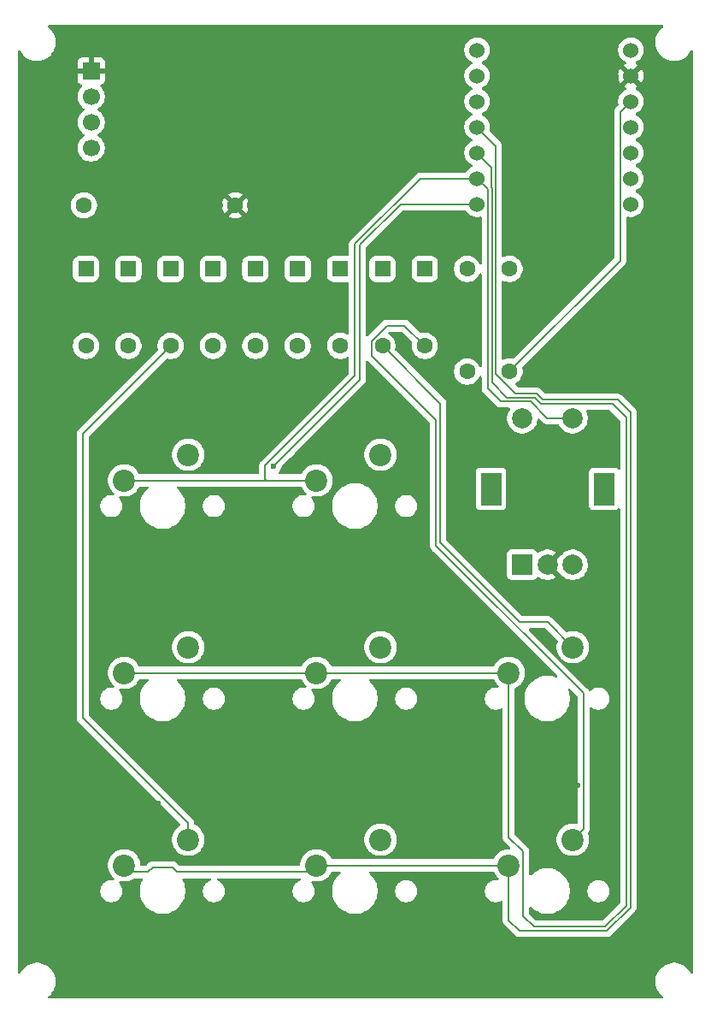
<source format=gbr>
G04 #@! TF.GenerationSoftware,KiCad,Pcbnew,9.0.6*
G04 #@! TF.CreationDate,2025-12-30T14:31:11-05:00*
G04 #@! TF.ProjectId,keyboard,6b657962-6f61-4726-942e-6b696361645f,rev?*
G04 #@! TF.SameCoordinates,Original*
G04 #@! TF.FileFunction,Copper,L2,Bot*
G04 #@! TF.FilePolarity,Positive*
%FSLAX46Y46*%
G04 Gerber Fmt 4.6, Leading zero omitted, Abs format (unit mm)*
G04 Created by KiCad (PCBNEW 9.0.6) date 2025-12-30 14:31:11*
%MOMM*%
%LPD*%
G01*
G04 APERTURE LIST*
G04 Aperture macros list*
%AMRoundRect*
0 Rectangle with rounded corners*
0 $1 Rounding radius*
0 $2 $3 $4 $5 $6 $7 $8 $9 X,Y pos of 4 corners*
0 Add a 4 corners polygon primitive as box body*
4,1,4,$2,$3,$4,$5,$6,$7,$8,$9,$2,$3,0*
0 Add four circle primitives for the rounded corners*
1,1,$1+$1,$2,$3*
1,1,$1+$1,$4,$5*
1,1,$1+$1,$6,$7*
1,1,$1+$1,$8,$9*
0 Add four rect primitives between the rounded corners*
20,1,$1+$1,$2,$3,$4,$5,0*
20,1,$1+$1,$4,$5,$6,$7,0*
20,1,$1+$1,$6,$7,$8,$9,0*
20,1,$1+$1,$8,$9,$2,$3,0*%
G04 Aperture macros list end*
G04 #@! TA.AperFunction,ComponentPad*
%ADD10RoundRect,0.250000X-0.550000X0.550000X-0.550000X-0.550000X0.550000X-0.550000X0.550000X0.550000X0*%
G04 #@! TD*
G04 #@! TA.AperFunction,ComponentPad*
%ADD11C,1.600000*%
G04 #@! TD*
G04 #@! TA.AperFunction,ComponentPad*
%ADD12C,2.200000*%
G04 #@! TD*
G04 #@! TA.AperFunction,ComponentPad*
%ADD13C,1.524000*%
G04 #@! TD*
G04 #@! TA.AperFunction,ComponentPad*
%ADD14R,2.000000X2.000000*%
G04 #@! TD*
G04 #@! TA.AperFunction,ComponentPad*
%ADD15C,2.000000*%
G04 #@! TD*
G04 #@! TA.AperFunction,ComponentPad*
%ADD16R,2.000000X3.200000*%
G04 #@! TD*
G04 #@! TA.AperFunction,ComponentPad*
%ADD17R,1.700000X1.700000*%
G04 #@! TD*
G04 #@! TA.AperFunction,ComponentPad*
%ADD18C,1.700000*%
G04 #@! TD*
G04 #@! TA.AperFunction,ViaPad*
%ADD19C,0.600000*%
G04 #@! TD*
G04 #@! TA.AperFunction,Conductor*
%ADD20C,0.200000*%
G04 #@! TD*
G04 APERTURE END LIST*
D10*
X48865711Y-72036936D03*
D11*
X48865711Y-79656936D03*
D12*
X61269472Y-109476368D03*
X54919472Y-112016368D03*
D10*
X53061558Y-72036936D03*
D11*
X53061558Y-79656936D03*
D13*
X70828732Y-50384484D03*
X70828732Y-52924484D03*
X70828732Y-55464484D03*
X70828732Y-58004484D03*
X70828732Y-60544484D03*
X70828732Y-63084484D03*
X70828732Y-65624484D03*
X86068732Y-65624484D03*
X86068732Y-63084484D03*
X86068732Y-60544484D03*
X86068732Y-58004484D03*
X86068732Y-55464484D03*
X86068732Y-52924484D03*
X86068732Y-50384484D03*
D11*
X74040792Y-82196936D03*
X74040792Y-72036936D03*
X46882324Y-65746108D03*
X31882324Y-65746108D03*
D12*
X80321932Y-109476368D03*
X73971932Y-112016368D03*
D10*
X65649098Y-72036936D03*
D11*
X65649098Y-79656936D03*
D10*
X32082324Y-72036936D03*
D11*
X32082324Y-79656936D03*
D12*
X42218324Y-128528828D03*
X35868324Y-131068828D03*
X61270456Y-128528172D03*
X54920456Y-131068172D03*
D14*
X75307436Y-101310684D03*
D15*
X80307436Y-101310684D03*
X77807436Y-101310684D03*
D16*
X72207436Y-93810684D03*
X83407436Y-93810684D03*
D15*
X80307436Y-86810684D03*
X75307436Y-86810684D03*
D12*
X61269472Y-90423908D03*
X54919472Y-92963908D03*
D10*
X36278171Y-72036936D03*
D11*
X36278171Y-79656936D03*
D12*
X42218324Y-90423908D03*
X35868324Y-92963908D03*
X80322096Y-128528828D03*
X73972096Y-131068828D03*
D11*
X69844945Y-82196936D03*
X69844945Y-72036936D03*
D12*
X42218324Y-109476368D03*
X35868324Y-112016368D03*
D10*
X44669864Y-72036936D03*
D11*
X44669864Y-79656936D03*
D10*
X40474018Y-72036936D03*
D11*
X40474018Y-79656936D03*
D10*
X57257405Y-72036936D03*
D11*
X57257405Y-79656936D03*
D17*
X32602324Y-52440120D03*
D18*
X32602324Y-54980120D03*
X32602324Y-57520120D03*
X32602324Y-60060120D03*
D10*
X61453252Y-72036936D03*
D11*
X61453252Y-79656936D03*
D19*
X50654644Y-91541827D03*
X69254180Y-98528436D03*
X46875100Y-67258208D03*
X55496088Y-124927684D03*
X55496088Y-105996192D03*
X69161436Y-134488192D03*
X58427544Y-124899460D03*
X33991516Y-52440120D03*
X50108976Y-119367192D03*
X69254180Y-95564720D03*
X32600876Y-50988012D03*
X79294524Y-121996228D03*
X56919480Y-125927688D03*
X88669544Y-52923500D03*
X46882324Y-64226784D03*
X70346928Y-116669600D03*
X48326716Y-65746108D03*
X70463860Y-97076820D03*
X39193632Y-106028452D03*
X50108976Y-95657464D03*
X69161436Y-118125252D03*
X36411368Y-105996192D03*
X50108976Y-116520408D03*
X50108976Y-98467952D03*
X79048552Y-103306672D03*
X37802500Y-107117164D03*
X45423484Y-65746108D03*
X39193632Y-124899460D03*
X51161392Y-97068748D03*
X80774364Y-123177684D03*
X69161436Y-115189760D03*
X70165476Y-135843028D03*
X77572748Y-104246192D03*
X37742016Y-126109140D03*
X77814684Y-123177684D03*
X51165428Y-136326900D03*
X36169432Y-124899460D03*
X80532428Y-104246192D03*
X56915444Y-106996196D03*
X50108976Y-137754328D03*
X84617116Y-52923500D03*
X50108976Y-134847060D03*
X69161436Y-137205936D03*
X31088284Y-52440120D03*
X51350916Y-117943800D03*
D20*
X31754100Y-88376854D02*
X40474018Y-79656936D01*
X42218324Y-126895924D02*
X31754100Y-116431700D01*
X42218324Y-128528828D02*
X42218324Y-126895924D01*
X31754100Y-116431700D02*
X31754100Y-88376854D01*
X51849888Y-90347996D02*
X59213836Y-82984048D01*
X59213836Y-69677568D02*
X63266920Y-65624484D01*
X50654644Y-91541827D02*
X51848475Y-90347996D01*
X51848475Y-90347996D02*
X51849888Y-90347996D01*
X63266920Y-65624484D02*
X70828732Y-65624484D01*
X59213836Y-82984048D02*
X59213836Y-69677568D01*
X85005732Y-71231996D02*
X85005732Y-56527484D01*
X74040792Y-82196936D02*
X85005732Y-71231996D01*
X85005732Y-56527484D02*
X86068732Y-55464484D01*
X81381058Y-127469866D02*
X80322096Y-128528828D01*
X61891682Y-77661456D02*
X60352252Y-79200886D01*
X81381058Y-114042418D02*
X81381058Y-127469866D01*
X66767482Y-99428842D02*
X81381058Y-114042418D01*
X63653618Y-77661456D02*
X61891682Y-77661456D01*
X65649098Y-79656936D02*
X63653618Y-77661456D01*
X66767482Y-87029622D02*
X66767482Y-99428842D01*
X60352252Y-79200886D02*
X60352252Y-80614392D01*
X60352252Y-80614392D02*
X66767482Y-87029622D01*
X77842908Y-106996196D02*
X77842908Y-106997344D01*
X77842908Y-106997344D02*
X80321932Y-109476368D01*
X77841760Y-106996196D02*
X77842908Y-106997344D01*
X75060644Y-106996196D02*
X77841760Y-106996196D01*
X67168482Y-99104034D02*
X75060644Y-106996196D01*
X79718240Y-109476368D02*
X80321932Y-109476368D01*
X67168482Y-85372166D02*
X67168482Y-99104034D01*
X61453252Y-79656936D02*
X67168482Y-85372166D01*
X76700748Y-84359472D02*
X77343684Y-85002408D01*
X70828732Y-58004484D02*
X72693732Y-59869484D01*
X77343684Y-85002408D02*
X84776180Y-85002408D01*
X73972096Y-136512552D02*
X73972096Y-131068828D01*
X40652140Y-131257828D02*
X38704508Y-131257828D01*
X41128464Y-131734152D02*
X40652140Y-131257828D01*
X38704508Y-131257828D02*
X38228184Y-131734152D01*
X54920456Y-131068172D02*
X54254476Y-131734152D01*
X72693732Y-59869484D02*
X72693732Y-82406926D01*
X72693732Y-82406926D02*
X74646278Y-84359472D01*
X86023956Y-86250184D02*
X86023956Y-135226516D01*
X74646278Y-84359472D02*
X76700748Y-84359472D01*
X38228184Y-131734152D02*
X36533648Y-131734152D01*
X75000160Y-137540616D02*
X73972096Y-136512552D01*
X54254476Y-131734152D02*
X41128464Y-131734152D01*
X84776180Y-85002408D02*
X86023956Y-86250184D01*
X36533648Y-131734152D02*
X35868324Y-131068828D01*
X73972096Y-131068828D02*
X54921112Y-131068828D01*
X54921112Y-131068828D02*
X54920456Y-131068172D01*
X83709856Y-137540616D02*
X75000160Y-137540616D01*
X86023956Y-135226516D02*
X83709856Y-137540616D01*
X85622956Y-135060416D02*
X83543756Y-137139616D01*
X72278380Y-61994132D02*
X72278380Y-63967032D01*
X73812868Y-84760472D02*
X76534648Y-84760472D01*
X72278380Y-63967032D02*
X72292732Y-63981384D01*
X73971932Y-112016368D02*
X54919472Y-112016368D01*
X84254212Y-85403408D02*
X85622956Y-86772152D01*
X70828732Y-60544484D02*
X71068700Y-60544484D01*
X83543756Y-137139616D02*
X76451776Y-137139616D01*
X75373096Y-136060936D02*
X75373096Y-129687728D01*
X77177584Y-85403408D02*
X84254212Y-85403408D01*
X76451776Y-137139616D02*
X75373096Y-136060936D01*
X76534648Y-84760472D02*
X77177584Y-85403408D01*
X70828732Y-60544484D02*
X72278380Y-61994132D01*
X73971932Y-128286564D02*
X73971932Y-112016368D01*
X85622956Y-86772152D02*
X85622956Y-135060416D01*
X54919472Y-112016368D02*
X35868324Y-112016368D01*
X75373096Y-129687728D02*
X73971932Y-128286564D01*
X72292732Y-63981384D02*
X72292732Y-83240336D01*
X72292732Y-83240336D02*
X73812868Y-84760472D01*
X58729964Y-69594340D02*
X58729964Y-82617977D01*
X49475912Y-92963908D02*
X49959784Y-92963908D01*
X76133212Y-85161472D02*
X73185640Y-85161472D01*
X73185640Y-85161472D02*
X71891732Y-83867564D01*
X49959784Y-92963908D02*
X51169464Y-92963908D01*
X71891732Y-64147484D02*
X70828732Y-63084484D01*
X49838816Y-92842940D02*
X49959784Y-92963908D01*
X77782424Y-86810684D02*
X76133212Y-85161472D01*
X65239820Y-63084484D02*
X58729964Y-69594340D01*
X49475912Y-92963908D02*
X49717848Y-92963908D01*
X70828732Y-63084484D02*
X65239820Y-63084484D01*
X49717848Y-92963908D02*
X49838816Y-92842940D01*
X58729964Y-82617977D02*
X49838816Y-91509125D01*
X80307436Y-86810684D02*
X77782424Y-86810684D01*
X35868324Y-92963908D02*
X49475912Y-92963908D01*
X49838816Y-91509125D02*
X49838816Y-92842940D01*
X51169464Y-92963908D02*
X54919472Y-92963908D01*
X71891732Y-83867564D02*
X71891732Y-64147484D01*
G04 #@! TA.AperFunction,Conductor*
G36*
X89194866Y-47910999D02*
G01*
X89224238Y-47917024D01*
X89228046Y-47920742D01*
X89233149Y-47922241D01*
X89252773Y-47944888D01*
X89274227Y-47965838D01*
X89275420Y-47971024D01*
X89278904Y-47975045D01*
X89283169Y-48004712D01*
X89289891Y-48033930D01*
X89288090Y-48038937D01*
X89288848Y-48044203D01*
X89276394Y-48071471D01*
X89266254Y-48099680D01*
X89261103Y-48104954D01*
X89259823Y-48107759D01*
X89241596Y-48124932D01*
X89140359Y-48202613D01*
X89140352Y-48202619D01*
X88968835Y-48374136D01*
X88968829Y-48374143D01*
X88821163Y-48566586D01*
X88699873Y-48776665D01*
X88699869Y-48776674D01*
X88607043Y-49000775D01*
X88544257Y-49235094D01*
X88512596Y-49475591D01*
X88512596Y-49718168D01*
X88544257Y-49958665D01*
X88607043Y-50192984D01*
X88687936Y-50388277D01*
X88699872Y-50417092D01*
X88821160Y-50627169D01*
X88821162Y-50627172D01*
X88821163Y-50627173D01*
X88968829Y-50819616D01*
X88968835Y-50819623D01*
X89140352Y-50991140D01*
X89140359Y-50991146D01*
X89253417Y-51077898D01*
X89332807Y-51138816D01*
X89542884Y-51260104D01*
X89766996Y-51352934D01*
X90001307Y-51415718D01*
X90181682Y-51439464D01*
X90241807Y-51447380D01*
X90241808Y-51447380D01*
X90484385Y-51447380D01*
X90532484Y-51441047D01*
X90724885Y-51415718D01*
X90959196Y-51352934D01*
X91183308Y-51260104D01*
X91393385Y-51138816D01*
X91585834Y-50991145D01*
X91757361Y-50819618D01*
X91905032Y-50627169D01*
X92007485Y-50449714D01*
X92058052Y-50401499D01*
X92126659Y-50388277D01*
X92191524Y-50414245D01*
X92232052Y-50471159D01*
X92238872Y-50511715D01*
X92238872Y-141645952D01*
X92219187Y-141712991D01*
X92166383Y-141758746D01*
X92097225Y-141768690D01*
X92033669Y-141739665D01*
X92007485Y-141707952D01*
X91971689Y-141645952D01*
X91905032Y-141530499D01*
X91757361Y-141338050D01*
X91757356Y-141338044D01*
X91585839Y-141166527D01*
X91585832Y-141166521D01*
X91393389Y-141018855D01*
X91393388Y-141018854D01*
X91393385Y-141018852D01*
X91183308Y-140897564D01*
X91183301Y-140897561D01*
X90959200Y-140804735D01*
X90724881Y-140741949D01*
X90484385Y-140710288D01*
X90484384Y-140710288D01*
X90241808Y-140710288D01*
X90241807Y-140710288D01*
X90001310Y-140741949D01*
X89766991Y-140804735D01*
X89542890Y-140897561D01*
X89542881Y-140897565D01*
X89332802Y-141018855D01*
X89140359Y-141166521D01*
X89140352Y-141166527D01*
X88968835Y-141338044D01*
X88968829Y-141338051D01*
X88821163Y-141530494D01*
X88699873Y-141740573D01*
X88699869Y-141740582D01*
X88607043Y-141964683D01*
X88544257Y-142199002D01*
X88512596Y-142439499D01*
X88512596Y-142682076D01*
X88544257Y-142922573D01*
X88607043Y-143156892D01*
X88687936Y-143352185D01*
X88699872Y-143381000D01*
X88821160Y-143591077D01*
X88821162Y-143591080D01*
X88821163Y-143591081D01*
X88968829Y-143783524D01*
X88968835Y-143783531D01*
X89140352Y-143955048D01*
X89140359Y-143955054D01*
X89241596Y-144032736D01*
X89282799Y-144089164D01*
X89286954Y-144158910D01*
X89252742Y-144219830D01*
X89191025Y-144252583D01*
X89166110Y-144255112D01*
X28414786Y-144255112D01*
X28347747Y-144235427D01*
X28301992Y-144182623D01*
X28292048Y-144113465D01*
X28321073Y-144049909D01*
X28339300Y-144032736D01*
X28388934Y-143994650D01*
X28440538Y-143955053D01*
X28612065Y-143783526D01*
X28759736Y-143591077D01*
X28881024Y-143381000D01*
X28973854Y-143156888D01*
X29036638Y-142922577D01*
X29068300Y-142682076D01*
X29068300Y-142439500D01*
X29036638Y-142198999D01*
X28973854Y-141964688D01*
X28881024Y-141740576D01*
X28759736Y-141530499D01*
X28612065Y-141338050D01*
X28612060Y-141338044D01*
X28440543Y-141166527D01*
X28440536Y-141166521D01*
X28248093Y-141018855D01*
X28248092Y-141018854D01*
X28248089Y-141018852D01*
X28038012Y-140897564D01*
X28038005Y-140897561D01*
X27813904Y-140804735D01*
X27579585Y-140741949D01*
X27339089Y-140710288D01*
X27339088Y-140710288D01*
X27096512Y-140710288D01*
X27096511Y-140710288D01*
X26856014Y-140741949D01*
X26621695Y-140804735D01*
X26397594Y-140897561D01*
X26397585Y-140897565D01*
X26187506Y-141018855D01*
X25995063Y-141166521D01*
X25995056Y-141166527D01*
X25823539Y-141338044D01*
X25823533Y-141338051D01*
X25675867Y-141530494D01*
X25573411Y-141707952D01*
X25522844Y-141756168D01*
X25454236Y-141769390D01*
X25389372Y-141743422D01*
X25348844Y-141686508D01*
X25342024Y-141645952D01*
X25342024Y-116510754D01*
X31153598Y-116510754D01*
X31194523Y-116663485D01*
X31223458Y-116713600D01*
X31223459Y-116713604D01*
X31223460Y-116713604D01*
X31273579Y-116800414D01*
X31273581Y-116800417D01*
X31392449Y-116919285D01*
X31392455Y-116919290D01*
X41426824Y-126953660D01*
X41460309Y-127014983D01*
X41455325Y-127084675D01*
X41413453Y-127140608D01*
X41395441Y-127151824D01*
X41379477Y-127159958D01*
X41175674Y-127308029D01*
X41175669Y-127308033D01*
X40997529Y-127486173D01*
X40997525Y-127486178D01*
X40849456Y-127689979D01*
X40735084Y-127914444D01*
X40657234Y-128154042D01*
X40617824Y-128402866D01*
X40617824Y-128654789D01*
X40657234Y-128903613D01*
X40735084Y-129143211D01*
X40792883Y-129256647D01*
X40849121Y-129367020D01*
X40849456Y-129367676D01*
X40997525Y-129571477D01*
X40997529Y-129571482D01*
X41175669Y-129749622D01*
X41175674Y-129749626D01*
X41353441Y-129878780D01*
X41379479Y-129897698D01*
X41522508Y-129970575D01*
X41603940Y-130012067D01*
X41603942Y-130012067D01*
X41603945Y-130012069D01*
X41843539Y-130089918D01*
X42092362Y-130129328D01*
X42092363Y-130129328D01*
X42344285Y-130129328D01*
X42344286Y-130129328D01*
X42593109Y-130089918D01*
X42832703Y-130012069D01*
X42833991Y-130011413D01*
X42838372Y-130009180D01*
X43057169Y-129897698D01*
X43260980Y-129749621D01*
X43439117Y-129571484D01*
X43587194Y-129367673D01*
X43701565Y-129143207D01*
X43779414Y-128903613D01*
X43818824Y-128654790D01*
X43818824Y-128402866D01*
X43818720Y-128402210D01*
X59669956Y-128402210D01*
X59669956Y-128654134D01*
X59709366Y-128902957D01*
X59787216Y-129142555D01*
X59901588Y-129367020D01*
X60049657Y-129570821D01*
X60049661Y-129570826D01*
X60227801Y-129748966D01*
X60227806Y-129748970D01*
X60364150Y-129848029D01*
X60431611Y-129897042D01*
X60574640Y-129969919D01*
X60656072Y-130011411D01*
X60656074Y-130011411D01*
X60656077Y-130011413D01*
X60895671Y-130089262D01*
X61144494Y-130128672D01*
X61144495Y-130128672D01*
X61396417Y-130128672D01*
X61396418Y-130128672D01*
X61645241Y-130089262D01*
X61884835Y-130011413D01*
X62109301Y-129897042D01*
X62313112Y-129748965D01*
X62491249Y-129570828D01*
X62639326Y-129367017D01*
X62753697Y-129142551D01*
X62831546Y-128902957D01*
X62870956Y-128654134D01*
X62870956Y-128402210D01*
X62831546Y-128153387D01*
X62753697Y-127913793D01*
X62753695Y-127913790D01*
X62753695Y-127913788D01*
X62712203Y-127832356D01*
X62639326Y-127689327D01*
X62556263Y-127575000D01*
X62491254Y-127485522D01*
X62491250Y-127485517D01*
X62313110Y-127307377D01*
X62313105Y-127307373D01*
X62109304Y-127159304D01*
X62109303Y-127159303D01*
X62109301Y-127159302D01*
X62039203Y-127123585D01*
X61884839Y-127044932D01*
X61645241Y-126967082D01*
X61560498Y-126953660D01*
X61396418Y-126927672D01*
X61144494Y-126927672D01*
X61020082Y-126947377D01*
X60895670Y-126967082D01*
X60656072Y-127044932D01*
X60431607Y-127159304D01*
X60227806Y-127307373D01*
X60227801Y-127307377D01*
X60049661Y-127485517D01*
X60049657Y-127485522D01*
X59901588Y-127689323D01*
X59787216Y-127913788D01*
X59755037Y-128012825D01*
X59709366Y-128153387D01*
X59669956Y-128402210D01*
X43818720Y-128402210D01*
X43779414Y-128154043D01*
X43701565Y-127914449D01*
X43701563Y-127914446D01*
X43701563Y-127914444D01*
X43660071Y-127833012D01*
X43587194Y-127689983D01*
X43484709Y-127548924D01*
X43439122Y-127486178D01*
X43439118Y-127486173D01*
X43260978Y-127308033D01*
X43260973Y-127308029D01*
X43057172Y-127159960D01*
X43057171Y-127159959D01*
X43057169Y-127159958D01*
X42886530Y-127073013D01*
X42835734Y-127025038D01*
X42818825Y-126962528D01*
X42818825Y-126816868D01*
X42777900Y-126664138D01*
X42777897Y-126664133D01*
X42698848Y-126527214D01*
X42698842Y-126527206D01*
X32390919Y-116219283D01*
X32357434Y-116157960D01*
X32354600Y-116131602D01*
X32354600Y-109350406D01*
X40617824Y-109350406D01*
X40617824Y-109602329D01*
X40657234Y-109851153D01*
X40735084Y-110090751D01*
X40849456Y-110315216D01*
X40997525Y-110519017D01*
X40997529Y-110519022D01*
X41175669Y-110697162D01*
X41175674Y-110697166D01*
X41353441Y-110826320D01*
X41379479Y-110845238D01*
X41522508Y-110918115D01*
X41603940Y-110959607D01*
X41603942Y-110959607D01*
X41603945Y-110959609D01*
X41843539Y-111037458D01*
X42092362Y-111076868D01*
X42092363Y-111076868D01*
X42344285Y-111076868D01*
X42344286Y-111076868D01*
X42593109Y-111037458D01*
X42832703Y-110959609D01*
X43057169Y-110845238D01*
X43260980Y-110697161D01*
X43439117Y-110519024D01*
X43587194Y-110315213D01*
X43701565Y-110090747D01*
X43779414Y-109851153D01*
X43818824Y-109602330D01*
X43818824Y-109350406D01*
X59668972Y-109350406D01*
X59668972Y-109602329D01*
X59708382Y-109851153D01*
X59786232Y-110090751D01*
X59900604Y-110315216D01*
X60048673Y-110519017D01*
X60048677Y-110519022D01*
X60226817Y-110697162D01*
X60226822Y-110697166D01*
X60404589Y-110826320D01*
X60430627Y-110845238D01*
X60573656Y-110918115D01*
X60655088Y-110959607D01*
X60655090Y-110959607D01*
X60655093Y-110959609D01*
X60894687Y-111037458D01*
X61143510Y-111076868D01*
X61143511Y-111076868D01*
X61395433Y-111076868D01*
X61395434Y-111076868D01*
X61644257Y-111037458D01*
X61883851Y-110959609D01*
X62108317Y-110845238D01*
X62312128Y-110697161D01*
X62490265Y-110519024D01*
X62638342Y-110315213D01*
X62752713Y-110090747D01*
X62830562Y-109851153D01*
X62869972Y-109602330D01*
X62869972Y-109350406D01*
X62830562Y-109101583D01*
X62752713Y-108861989D01*
X62752711Y-108861986D01*
X62752711Y-108861984D01*
X62711219Y-108780552D01*
X62638342Y-108637523D01*
X62619424Y-108611485D01*
X62490270Y-108433718D01*
X62490266Y-108433713D01*
X62312126Y-108255573D01*
X62312121Y-108255569D01*
X62108320Y-108107500D01*
X62108319Y-108107499D01*
X62108317Y-108107498D01*
X62038219Y-108071781D01*
X61883855Y-107993128D01*
X61644257Y-107915278D01*
X61395434Y-107875868D01*
X61143510Y-107875868D01*
X61019098Y-107895573D01*
X60894686Y-107915278D01*
X60655088Y-107993128D01*
X60430623Y-108107500D01*
X60226822Y-108255569D01*
X60226817Y-108255573D01*
X60048677Y-108433713D01*
X60048673Y-108433718D01*
X59900604Y-108637519D01*
X59786232Y-108861984D01*
X59708382Y-109101582D01*
X59668972Y-109350406D01*
X43818824Y-109350406D01*
X43779414Y-109101583D01*
X43701565Y-108861989D01*
X43701563Y-108861986D01*
X43701563Y-108861984D01*
X43660071Y-108780552D01*
X43587194Y-108637523D01*
X43568276Y-108611485D01*
X43439122Y-108433718D01*
X43439118Y-108433713D01*
X43260978Y-108255573D01*
X43260973Y-108255569D01*
X43057172Y-108107500D01*
X43057171Y-108107499D01*
X43057169Y-108107498D01*
X42987071Y-108071781D01*
X42832707Y-107993128D01*
X42593109Y-107915278D01*
X42344286Y-107875868D01*
X42092362Y-107875868D01*
X41967950Y-107895573D01*
X41843538Y-107915278D01*
X41603940Y-107993128D01*
X41379475Y-108107500D01*
X41175674Y-108255569D01*
X41175669Y-108255573D01*
X40997529Y-108433713D01*
X40997525Y-108433718D01*
X40849456Y-108637519D01*
X40735084Y-108861984D01*
X40657234Y-109101582D01*
X40617824Y-109350406D01*
X32354600Y-109350406D01*
X32354600Y-95417297D01*
X33497824Y-95417297D01*
X33497824Y-95590518D01*
X33516615Y-95709164D01*
X33524922Y-95761609D01*
X33578451Y-95926353D01*
X33657092Y-96080696D01*
X33758910Y-96220836D01*
X33881396Y-96343322D01*
X34021536Y-96445140D01*
X34175879Y-96523781D01*
X34340623Y-96577310D01*
X34511713Y-96604408D01*
X34511714Y-96604408D01*
X34684934Y-96604408D01*
X34684935Y-96604408D01*
X34856025Y-96577310D01*
X35020769Y-96523781D01*
X35175112Y-96445140D01*
X35315252Y-96343322D01*
X35437738Y-96220836D01*
X35539556Y-96080696D01*
X35618197Y-95926353D01*
X35671726Y-95761609D01*
X35698824Y-95590519D01*
X35698824Y-95417297D01*
X35671726Y-95246207D01*
X35618197Y-95081463D01*
X35539556Y-94927120D01*
X35437738Y-94786980D01*
X35385806Y-94735048D01*
X35352321Y-94673725D01*
X35357305Y-94604033D01*
X35399177Y-94548100D01*
X35464641Y-94523683D01*
X35492885Y-94524894D01*
X35493536Y-94524997D01*
X35493539Y-94524998D01*
X35742362Y-94564408D01*
X35742363Y-94564408D01*
X35994285Y-94564408D01*
X35994286Y-94564408D01*
X36243109Y-94524998D01*
X36482703Y-94447149D01*
X36707169Y-94332778D01*
X36910980Y-94184701D01*
X37089117Y-94006564D01*
X37237194Y-93802753D01*
X37324139Y-93632112D01*
X37372113Y-93581317D01*
X37434624Y-93564408D01*
X38143786Y-93564408D01*
X38210825Y-93584093D01*
X38256580Y-93636897D01*
X38266524Y-93706055D01*
X38237499Y-93769611D01*
X38219272Y-93786784D01*
X38191283Y-93808260D01*
X38191276Y-93808266D01*
X37982682Y-94016860D01*
X37982676Y-94016867D01*
X37803085Y-94250914D01*
X37655582Y-94506397D01*
X37655578Y-94506407D01*
X37542688Y-94778946D01*
X37542685Y-94778956D01*
X37466332Y-95063912D01*
X37466330Y-95063923D01*
X37427824Y-95356394D01*
X37427824Y-95651421D01*
X37459895Y-95895021D01*
X37466331Y-95943901D01*
X37540536Y-96220838D01*
X37542685Y-96228859D01*
X37542688Y-96228869D01*
X37655578Y-96501408D01*
X37655582Y-96501418D01*
X37803085Y-96756901D01*
X37982676Y-96990948D01*
X37982682Y-96990955D01*
X38191276Y-97199549D01*
X38191283Y-97199555D01*
X38425330Y-97379146D01*
X38680813Y-97526649D01*
X38680814Y-97526649D01*
X38680817Y-97526651D01*
X38953372Y-97639547D01*
X39238331Y-97715901D01*
X39530818Y-97754408D01*
X39530825Y-97754408D01*
X39825823Y-97754408D01*
X39825830Y-97754408D01*
X40118317Y-97715901D01*
X40403276Y-97639547D01*
X40675831Y-97526651D01*
X40931318Y-97379146D01*
X41165366Y-97199554D01*
X41373970Y-96990950D01*
X41553562Y-96756902D01*
X41701067Y-96501415D01*
X41813963Y-96228860D01*
X41890317Y-95943901D01*
X41928824Y-95651414D01*
X41928824Y-95417297D01*
X43657824Y-95417297D01*
X43657824Y-95590518D01*
X43676615Y-95709164D01*
X43684922Y-95761609D01*
X43738451Y-95926353D01*
X43817092Y-96080696D01*
X43918910Y-96220836D01*
X44041396Y-96343322D01*
X44181536Y-96445140D01*
X44335879Y-96523781D01*
X44500623Y-96577310D01*
X44671713Y-96604408D01*
X44671714Y-96604408D01*
X44844934Y-96604408D01*
X44844935Y-96604408D01*
X45016025Y-96577310D01*
X45180769Y-96523781D01*
X45335112Y-96445140D01*
X45475252Y-96343322D01*
X45597738Y-96220836D01*
X45699556Y-96080696D01*
X45778197Y-95926353D01*
X45831726Y-95761609D01*
X45858824Y-95590519D01*
X45858824Y-95417297D01*
X45831726Y-95246207D01*
X45778197Y-95081463D01*
X45699556Y-94927120D01*
X45597738Y-94786980D01*
X45475252Y-94664494D01*
X45335112Y-94562676D01*
X45180769Y-94484035D01*
X45016025Y-94430506D01*
X45016023Y-94430505D01*
X45016022Y-94430505D01*
X44884595Y-94409689D01*
X44844935Y-94403408D01*
X44671713Y-94403408D01*
X44632052Y-94409689D01*
X44500626Y-94430505D01*
X44335876Y-94484036D01*
X44181535Y-94562676D01*
X44124613Y-94604033D01*
X44041396Y-94664494D01*
X44041394Y-94664496D01*
X44041393Y-94664496D01*
X43918912Y-94786977D01*
X43918912Y-94786978D01*
X43918910Y-94786980D01*
X43875183Y-94847164D01*
X43817092Y-94927119D01*
X43738452Y-95081460D01*
X43684921Y-95246210D01*
X43657824Y-95417297D01*
X41928824Y-95417297D01*
X41928824Y-95356402D01*
X41890317Y-95063915D01*
X41813963Y-94778956D01*
X41701067Y-94506401D01*
X41645633Y-94410387D01*
X41553562Y-94250914D01*
X41373971Y-94016867D01*
X41373965Y-94016860D01*
X41165371Y-93808266D01*
X41165364Y-93808260D01*
X41137376Y-93786784D01*
X41096173Y-93730356D01*
X41092018Y-93660610D01*
X41126230Y-93599690D01*
X41187948Y-93566937D01*
X41212862Y-93564408D01*
X49396855Y-93564408D01*
X49638787Y-93564408D01*
X49638791Y-93564409D01*
X49796905Y-93564409D01*
X49796909Y-93564408D01*
X49873115Y-93564408D01*
X49873131Y-93564409D01*
X49880727Y-93564409D01*
X50046438Y-93564409D01*
X50046454Y-93564408D01*
X51090407Y-93564408D01*
X53353172Y-93564408D01*
X53420211Y-93584093D01*
X53463656Y-93632112D01*
X53542465Y-93786784D01*
X53550604Y-93802756D01*
X53698673Y-94006557D01*
X53698677Y-94006562D01*
X53698679Y-94006564D01*
X53876816Y-94184701D01*
X53876817Y-94184702D01*
X53876816Y-94184702D01*
X53883133Y-94189291D01*
X53925799Y-94244622D01*
X53931777Y-94314235D01*
X53899171Y-94376030D01*
X53838332Y-94410387D01*
X53790850Y-94412082D01*
X53736083Y-94403408D01*
X53562861Y-94403408D01*
X53523200Y-94409689D01*
X53391774Y-94430505D01*
X53227024Y-94484036D01*
X53072683Y-94562676D01*
X53015761Y-94604033D01*
X52932544Y-94664494D01*
X52932542Y-94664496D01*
X52932541Y-94664496D01*
X52810060Y-94786977D01*
X52810060Y-94786978D01*
X52810058Y-94786980D01*
X52766331Y-94847164D01*
X52708240Y-94927119D01*
X52629600Y-95081460D01*
X52576069Y-95246210D01*
X52548972Y-95417297D01*
X52548972Y-95590518D01*
X52567763Y-95709164D01*
X52576070Y-95761609D01*
X52629599Y-95926353D01*
X52708240Y-96080696D01*
X52810058Y-96220836D01*
X52932544Y-96343322D01*
X53072684Y-96445140D01*
X53227027Y-96523781D01*
X53391771Y-96577310D01*
X53562861Y-96604408D01*
X53562862Y-96604408D01*
X53736082Y-96604408D01*
X53736083Y-96604408D01*
X53907173Y-96577310D01*
X54071917Y-96523781D01*
X54226260Y-96445140D01*
X54366400Y-96343322D01*
X54488886Y-96220836D01*
X54590704Y-96080696D01*
X54669345Y-95926353D01*
X54722874Y-95761609D01*
X54749972Y-95590519D01*
X54749972Y-95417297D01*
X54740326Y-95356394D01*
X56478972Y-95356394D01*
X56478972Y-95651421D01*
X56511043Y-95895021D01*
X56517479Y-95943901D01*
X56591684Y-96220838D01*
X56593833Y-96228859D01*
X56593836Y-96228869D01*
X56706726Y-96501408D01*
X56706730Y-96501418D01*
X56854233Y-96756901D01*
X57033824Y-96990948D01*
X57033830Y-96990955D01*
X57242424Y-97199549D01*
X57242431Y-97199555D01*
X57476478Y-97379146D01*
X57731961Y-97526649D01*
X57731962Y-97526649D01*
X57731965Y-97526651D01*
X58004520Y-97639547D01*
X58289479Y-97715901D01*
X58581966Y-97754408D01*
X58581973Y-97754408D01*
X58876971Y-97754408D01*
X58876978Y-97754408D01*
X59169465Y-97715901D01*
X59454424Y-97639547D01*
X59726979Y-97526651D01*
X59982466Y-97379146D01*
X60216514Y-97199554D01*
X60425118Y-96990950D01*
X60604710Y-96756902D01*
X60752215Y-96501415D01*
X60865111Y-96228860D01*
X60941465Y-95943901D01*
X60979972Y-95651414D01*
X60979972Y-95417297D01*
X62708972Y-95417297D01*
X62708972Y-95590518D01*
X62727763Y-95709164D01*
X62736070Y-95761609D01*
X62789599Y-95926353D01*
X62868240Y-96080696D01*
X62970058Y-96220836D01*
X63092544Y-96343322D01*
X63232684Y-96445140D01*
X63387027Y-96523781D01*
X63551771Y-96577310D01*
X63722861Y-96604408D01*
X63722862Y-96604408D01*
X63896082Y-96604408D01*
X63896083Y-96604408D01*
X64067173Y-96577310D01*
X64231917Y-96523781D01*
X64386260Y-96445140D01*
X64526400Y-96343322D01*
X64648886Y-96220836D01*
X64750704Y-96080696D01*
X64829345Y-95926353D01*
X64882874Y-95761609D01*
X64909972Y-95590519D01*
X64909972Y-95417297D01*
X64882874Y-95246207D01*
X64829345Y-95081463D01*
X64750704Y-94927120D01*
X64648886Y-94786980D01*
X64526400Y-94664494D01*
X64386260Y-94562676D01*
X64231917Y-94484035D01*
X64067173Y-94430506D01*
X64067171Y-94430505D01*
X64067170Y-94430505D01*
X63935743Y-94409689D01*
X63896083Y-94403408D01*
X63722861Y-94403408D01*
X63683200Y-94409689D01*
X63551774Y-94430505D01*
X63387024Y-94484036D01*
X63232683Y-94562676D01*
X63175761Y-94604033D01*
X63092544Y-94664494D01*
X63092542Y-94664496D01*
X63092541Y-94664496D01*
X62970060Y-94786977D01*
X62970060Y-94786978D01*
X62970058Y-94786980D01*
X62926331Y-94847164D01*
X62868240Y-94927119D01*
X62789600Y-95081460D01*
X62736069Y-95246210D01*
X62708972Y-95417297D01*
X60979972Y-95417297D01*
X60979972Y-95356402D01*
X60941465Y-95063915D01*
X60865111Y-94778956D01*
X60752215Y-94506401D01*
X60696781Y-94410387D01*
X60604710Y-94250914D01*
X60425119Y-94016867D01*
X60425113Y-94016860D01*
X60216519Y-93808266D01*
X60216512Y-93808260D01*
X59982465Y-93628669D01*
X59726982Y-93481166D01*
X59726972Y-93481162D01*
X59454433Y-93368272D01*
X59454426Y-93368270D01*
X59454424Y-93368269D01*
X59169465Y-93291915D01*
X59120585Y-93285479D01*
X58876985Y-93253408D01*
X58876978Y-93253408D01*
X58581966Y-93253408D01*
X58581958Y-93253408D01*
X58303557Y-93290061D01*
X58289479Y-93291915D01*
X58114900Y-93338693D01*
X58004520Y-93368269D01*
X58004510Y-93368272D01*
X57731971Y-93481162D01*
X57731961Y-93481166D01*
X57476478Y-93628669D01*
X57242431Y-93808260D01*
X57242424Y-93808266D01*
X57033830Y-94016860D01*
X57033824Y-94016867D01*
X56854233Y-94250914D01*
X56706730Y-94506397D01*
X56706726Y-94506407D01*
X56593836Y-94778946D01*
X56593833Y-94778956D01*
X56517480Y-95063912D01*
X56517478Y-95063923D01*
X56478972Y-95356394D01*
X54740326Y-95356394D01*
X54722874Y-95246207D01*
X54669345Y-95081463D01*
X54590704Y-94927120D01*
X54488886Y-94786980D01*
X54436954Y-94735048D01*
X54403469Y-94673725D01*
X54408453Y-94604033D01*
X54450325Y-94548100D01*
X54515789Y-94523683D01*
X54544033Y-94524894D01*
X54544684Y-94524997D01*
X54544687Y-94524998D01*
X54793510Y-94564408D01*
X54793511Y-94564408D01*
X55045433Y-94564408D01*
X55045434Y-94564408D01*
X55294257Y-94524998D01*
X55533851Y-94447149D01*
X55758317Y-94332778D01*
X55962128Y-94184701D01*
X56140265Y-94006564D01*
X56288342Y-93802753D01*
X56402713Y-93578287D01*
X56480562Y-93338693D01*
X56519972Y-93089870D01*
X56519972Y-92837946D01*
X56480562Y-92589123D01*
X56402713Y-92349529D01*
X56402711Y-92349526D01*
X56402711Y-92349524D01*
X56352623Y-92251221D01*
X56288342Y-92125063D01*
X56186579Y-91984998D01*
X56140270Y-91921258D01*
X56140266Y-91921253D01*
X55962126Y-91743113D01*
X55962121Y-91743109D01*
X55758320Y-91595040D01*
X55758319Y-91595039D01*
X55758317Y-91595038D01*
X55682656Y-91556487D01*
X55533855Y-91480668D01*
X55294257Y-91402818D01*
X55045434Y-91363408D01*
X54793510Y-91363408D01*
X54669098Y-91383113D01*
X54544686Y-91402818D01*
X54305088Y-91480668D01*
X54080623Y-91595040D01*
X53876822Y-91743109D01*
X53876817Y-91743113D01*
X53698677Y-91921253D01*
X53698673Y-91921258D01*
X53550604Y-92125059D01*
X53550602Y-92125063D01*
X53466095Y-92290919D01*
X53463657Y-92295703D01*
X53415683Y-92346499D01*
X53353172Y-92363408D01*
X51264504Y-92363408D01*
X51197465Y-92343723D01*
X51151710Y-92290919D01*
X51141766Y-92221761D01*
X51170791Y-92158205D01*
X51176823Y-92151727D01*
X51276430Y-92052119D01*
X51276433Y-92052116D01*
X51364038Y-91921006D01*
X51424381Y-91775324D01*
X51455144Y-91620669D01*
X51455282Y-91619977D01*
X51487667Y-91558066D01*
X51489165Y-91556540D01*
X52207009Y-90838695D01*
X52207240Y-90838466D01*
X52215465Y-90830327D01*
X52218604Y-90828516D01*
X52330408Y-90716712D01*
X52330409Y-90716709D01*
X52749172Y-90297946D01*
X59668972Y-90297946D01*
X59668972Y-90549869D01*
X59708382Y-90798693D01*
X59786232Y-91038291D01*
X59900604Y-91262756D01*
X60048673Y-91466557D01*
X60048677Y-91466562D01*
X60226817Y-91644702D01*
X60226822Y-91644706D01*
X60394990Y-91766886D01*
X60430627Y-91792778D01*
X60573656Y-91865655D01*
X60655088Y-91907147D01*
X60655090Y-91907147D01*
X60655093Y-91907149D01*
X60894687Y-91984998D01*
X61143510Y-92024408D01*
X61143511Y-92024408D01*
X61395433Y-92024408D01*
X61395434Y-92024408D01*
X61644257Y-91984998D01*
X61883851Y-91907149D01*
X62108317Y-91792778D01*
X62312128Y-91644701D01*
X62490265Y-91466564D01*
X62638342Y-91262753D01*
X62752713Y-91038287D01*
X62830562Y-90798693D01*
X62869972Y-90549870D01*
X62869972Y-90297946D01*
X62830562Y-90049123D01*
X62752713Y-89809529D01*
X62752711Y-89809526D01*
X62752711Y-89809524D01*
X62711219Y-89728092D01*
X62638342Y-89585063D01*
X62619424Y-89559025D01*
X62490270Y-89381258D01*
X62490266Y-89381253D01*
X62312126Y-89203113D01*
X62312121Y-89203109D01*
X62108320Y-89055040D01*
X62108319Y-89055039D01*
X62108317Y-89055038D01*
X62038219Y-89019321D01*
X61883855Y-88940668D01*
X61644257Y-88862818D01*
X61395434Y-88823408D01*
X61143510Y-88823408D01*
X61019098Y-88843113D01*
X60894686Y-88862818D01*
X60655088Y-88940668D01*
X60430623Y-89055040D01*
X60226822Y-89203109D01*
X60226817Y-89203113D01*
X60048677Y-89381253D01*
X60048673Y-89381258D01*
X59900604Y-89585059D01*
X59786232Y-89809524D01*
X59708382Y-90049122D01*
X59668972Y-90297946D01*
X52749172Y-90297946D01*
X59572342Y-83474776D01*
X59572347Y-83474772D01*
X59582550Y-83464568D01*
X59582552Y-83464568D01*
X59694356Y-83352764D01*
X59771880Y-83218487D01*
X59771882Y-83218485D01*
X59772529Y-83217363D01*
X59773413Y-83215833D01*
X59814336Y-83063105D01*
X59814336Y-82904991D01*
X59814336Y-81225073D01*
X59834021Y-81158034D01*
X59886825Y-81112279D01*
X59955983Y-81102335D01*
X60019539Y-81131360D01*
X60026017Y-81137392D01*
X66130663Y-87242038D01*
X66164148Y-87303361D01*
X66166982Y-87329719D01*
X66166982Y-99342172D01*
X66166981Y-99342190D01*
X66166981Y-99507896D01*
X66166980Y-99507896D01*
X66207904Y-99660626D01*
X66207905Y-99660627D01*
X66209620Y-99663598D01*
X66209624Y-99663612D01*
X66209628Y-99663611D01*
X66286959Y-99797554D01*
X66286963Y-99797559D01*
X66405831Y-99916427D01*
X66405837Y-99916432D01*
X78754471Y-112265066D01*
X78787956Y-112326389D01*
X78782972Y-112396081D01*
X78741100Y-112452014D01*
X78675636Y-112476431D01*
X78619337Y-112467308D01*
X78506893Y-112420732D01*
X78506886Y-112420730D01*
X78506884Y-112420729D01*
X78221925Y-112344375D01*
X78173045Y-112337939D01*
X77929445Y-112305868D01*
X77929438Y-112305868D01*
X77634426Y-112305868D01*
X77634418Y-112305868D01*
X77356017Y-112342521D01*
X77341939Y-112344375D01*
X77167360Y-112391153D01*
X77056980Y-112420729D01*
X77056970Y-112420732D01*
X76784431Y-112533622D01*
X76784421Y-112533626D01*
X76528938Y-112681129D01*
X76294891Y-112860720D01*
X76294884Y-112860726D01*
X76086290Y-113069320D01*
X76086284Y-113069327D01*
X75906693Y-113303374D01*
X75759190Y-113558857D01*
X75759186Y-113558867D01*
X75646296Y-113831406D01*
X75646293Y-113831416D01*
X75569940Y-114116372D01*
X75569938Y-114116383D01*
X75531432Y-114408854D01*
X75531432Y-114703881D01*
X75563503Y-114947481D01*
X75569939Y-114996361D01*
X75644144Y-115273298D01*
X75646293Y-115281319D01*
X75646296Y-115281329D01*
X75759186Y-115553868D01*
X75759190Y-115553878D01*
X75906693Y-115809361D01*
X76086284Y-116043408D01*
X76086290Y-116043415D01*
X76294884Y-116252009D01*
X76294891Y-116252015D01*
X76528938Y-116431606D01*
X76784421Y-116579109D01*
X76784422Y-116579109D01*
X76784425Y-116579111D01*
X77056980Y-116692007D01*
X77341939Y-116768361D01*
X77634426Y-116806868D01*
X77634433Y-116806868D01*
X77929431Y-116806868D01*
X77929438Y-116806868D01*
X78221925Y-116768361D01*
X78506884Y-116692007D01*
X78779439Y-116579111D01*
X79034926Y-116431606D01*
X79268974Y-116252014D01*
X79477578Y-116043410D01*
X79657170Y-115809362D01*
X79804675Y-115553875D01*
X79917571Y-115281320D01*
X79993925Y-114996361D01*
X80032432Y-114703874D01*
X80032432Y-114408862D01*
X79993925Y-114116375D01*
X79917571Y-113831416D01*
X79890698Y-113766540D01*
X79870991Y-113718962D01*
X79863522Y-113649493D01*
X79894797Y-113587013D01*
X79954886Y-113551361D01*
X80024711Y-113553854D01*
X80073233Y-113583828D01*
X80744239Y-114254834D01*
X80777724Y-114316157D01*
X80780558Y-114342515D01*
X80780558Y-126835805D01*
X80760873Y-126902844D01*
X80708069Y-126948599D01*
X80638911Y-126958543D01*
X80637161Y-126958278D01*
X80448058Y-126928328D01*
X80196134Y-126928328D01*
X80071722Y-126948033D01*
X79947310Y-126967738D01*
X79707712Y-127045588D01*
X79483247Y-127159960D01*
X79279446Y-127308029D01*
X79279441Y-127308033D01*
X79101301Y-127486173D01*
X79101297Y-127486178D01*
X78953228Y-127689979D01*
X78838856Y-127914444D01*
X78761006Y-128154042D01*
X78721596Y-128402866D01*
X78721596Y-128654789D01*
X78761006Y-128903613D01*
X78838856Y-129143211D01*
X78896655Y-129256647D01*
X78952893Y-129367020D01*
X78953228Y-129367676D01*
X79101297Y-129571477D01*
X79101301Y-129571482D01*
X79279441Y-129749622D01*
X79279446Y-129749626D01*
X79457213Y-129878780D01*
X79483251Y-129897698D01*
X79626280Y-129970575D01*
X79707712Y-130012067D01*
X79707714Y-130012067D01*
X79707717Y-130012069D01*
X79947311Y-130089918D01*
X80196134Y-130129328D01*
X80196135Y-130129328D01*
X80448057Y-130129328D01*
X80448058Y-130129328D01*
X80696881Y-130089918D01*
X80936475Y-130012069D01*
X80937763Y-130011413D01*
X80942144Y-130009180D01*
X81160941Y-129897698D01*
X81364752Y-129749621D01*
X81542889Y-129571484D01*
X81690966Y-129367673D01*
X81805337Y-129143207D01*
X81883186Y-128903613D01*
X81922596Y-128654790D01*
X81922596Y-128402866D01*
X81883186Y-128154043D01*
X81824004Y-127971902D01*
X81822010Y-127902064D01*
X81854256Y-127845903D01*
X81861578Y-127838582D01*
X81940635Y-127701650D01*
X81974571Y-127575000D01*
X81981558Y-127548924D01*
X81981558Y-127390809D01*
X81981558Y-115520395D01*
X82001243Y-115453356D01*
X82054047Y-115407601D01*
X82123205Y-115397657D01*
X82178441Y-115420076D01*
X82285144Y-115497600D01*
X82439487Y-115576241D01*
X82604231Y-115629770D01*
X82775321Y-115656868D01*
X82775322Y-115656868D01*
X82948542Y-115656868D01*
X82948543Y-115656868D01*
X83119633Y-115629770D01*
X83284377Y-115576241D01*
X83438720Y-115497600D01*
X83578860Y-115395782D01*
X83701346Y-115273296D01*
X83803164Y-115133156D01*
X83881805Y-114978813D01*
X83935334Y-114814069D01*
X83962432Y-114642979D01*
X83962432Y-114469757D01*
X83935334Y-114298667D01*
X83881805Y-114133923D01*
X83803164Y-113979580D01*
X83701346Y-113839440D01*
X83578860Y-113716954D01*
X83438720Y-113615136D01*
X83328265Y-113558857D01*
X83284379Y-113536496D01*
X83284378Y-113536495D01*
X83284377Y-113536495D01*
X83119633Y-113482966D01*
X83119631Y-113482965D01*
X83119630Y-113482965D01*
X82988203Y-113462149D01*
X82948543Y-113455868D01*
X82775321Y-113455868D01*
X82735660Y-113462149D01*
X82604234Y-113482965D01*
X82439484Y-113536496D01*
X82285143Y-113615136D01*
X82228221Y-113656493D01*
X82145004Y-113716954D01*
X82145002Y-113716956D01*
X82145000Y-113716957D01*
X82095417Y-113766540D01*
X82034094Y-113800024D01*
X81964402Y-113795039D01*
X81908469Y-113753167D01*
X81900353Y-113740864D01*
X81861578Y-113673702D01*
X81749774Y-113561898D01*
X81745443Y-113557567D01*
X81745432Y-113557557D01*
X75996252Y-107808377D01*
X75962767Y-107747054D01*
X75967751Y-107677362D01*
X76009623Y-107621429D01*
X76075087Y-107597012D01*
X76083933Y-107596696D01*
X77541663Y-107596696D01*
X77608702Y-107616381D01*
X77629344Y-107633015D01*
X78789773Y-108793444D01*
X78823258Y-108854767D01*
X78820023Y-108919444D01*
X78760842Y-109101582D01*
X78721432Y-109350406D01*
X78721432Y-109602329D01*
X78760842Y-109851153D01*
X78838692Y-110090751D01*
X78953064Y-110315216D01*
X79101133Y-110519017D01*
X79101137Y-110519022D01*
X79279277Y-110697162D01*
X79279282Y-110697166D01*
X79457049Y-110826320D01*
X79483087Y-110845238D01*
X79626116Y-110918115D01*
X79707548Y-110959607D01*
X79707550Y-110959607D01*
X79707553Y-110959609D01*
X79947147Y-111037458D01*
X80195970Y-111076868D01*
X80195971Y-111076868D01*
X80447893Y-111076868D01*
X80447894Y-111076868D01*
X80696717Y-111037458D01*
X80936311Y-110959609D01*
X81160777Y-110845238D01*
X81364588Y-110697161D01*
X81542725Y-110519024D01*
X81690802Y-110315213D01*
X81805173Y-110090747D01*
X81883022Y-109851153D01*
X81922432Y-109602330D01*
X81922432Y-109350406D01*
X81883022Y-109101583D01*
X81805173Y-108861989D01*
X81805171Y-108861986D01*
X81805171Y-108861984D01*
X81763679Y-108780552D01*
X81690802Y-108637523D01*
X81671884Y-108611485D01*
X81542730Y-108433718D01*
X81542726Y-108433713D01*
X81364586Y-108255573D01*
X81364581Y-108255569D01*
X81160780Y-108107500D01*
X81160779Y-108107499D01*
X81160777Y-108107498D01*
X81090679Y-108071781D01*
X80936315Y-107993128D01*
X80696717Y-107915278D01*
X80447894Y-107875868D01*
X80195970Y-107875868D01*
X80071558Y-107895573D01*
X79947146Y-107915278D01*
X79858107Y-107944209D01*
X79765006Y-107974459D01*
X79695166Y-107976454D01*
X79639008Y-107944209D01*
X78332968Y-106638169D01*
X78324779Y-106628831D01*
X78323428Y-106627480D01*
X78211624Y-106515676D01*
X78211621Y-106515674D01*
X78211617Y-106515671D01*
X78074698Y-106436622D01*
X78074694Y-106436620D01*
X78074692Y-106436619D01*
X77921965Y-106395696D01*
X77921964Y-106395696D01*
X77920821Y-106395696D01*
X77920817Y-106395695D01*
X77762703Y-106395695D01*
X77762699Y-106395696D01*
X75360742Y-106395696D01*
X75293703Y-106376011D01*
X75273061Y-106359377D01*
X69176503Y-100262819D01*
X73806936Y-100262819D01*
X73806936Y-102358554D01*
X73806937Y-102358560D01*
X73813344Y-102418167D01*
X73863638Y-102553012D01*
X73863642Y-102553019D01*
X73949888Y-102668228D01*
X73949891Y-102668231D01*
X74065100Y-102754477D01*
X74065107Y-102754481D01*
X74199953Y-102804775D01*
X74199952Y-102804775D01*
X74206880Y-102805519D01*
X74259563Y-102811184D01*
X76355308Y-102811183D01*
X76414919Y-102804775D01*
X76549767Y-102754480D01*
X76664982Y-102668230D01*
X76751232Y-102553015D01*
X76751232Y-102553013D01*
X76753425Y-102550085D01*
X76809359Y-102508214D01*
X76879051Y-102503230D01*
X76925578Y-102524078D01*
X77021264Y-102593598D01*
X77231633Y-102700786D01*
X77456188Y-102773749D01*
X77456187Y-102773749D01*
X77689384Y-102810684D01*
X77925488Y-102810684D01*
X78158683Y-102773749D01*
X78383238Y-102700786D01*
X78593599Y-102593602D01*
X78593605Y-102593598D01*
X78676540Y-102533342D01*
X78676541Y-102533342D01*
X77936845Y-101793646D01*
X78000429Y-101776609D01*
X78114443Y-101710783D01*
X78207535Y-101617691D01*
X78273361Y-101503677D01*
X78290398Y-101440093D01*
X79036706Y-102186401D01*
X79080379Y-102195575D01*
X79122050Y-102231943D01*
X79162919Y-102288194D01*
X79329926Y-102455201D01*
X79521003Y-102594027D01*
X79620427Y-102644686D01*
X79731439Y-102701250D01*
X79731441Y-102701250D01*
X79731444Y-102701252D01*
X79851848Y-102740373D01*
X79956067Y-102774237D01*
X80189339Y-102811184D01*
X80189344Y-102811184D01*
X80425533Y-102811184D01*
X80658804Y-102774237D01*
X80660306Y-102773749D01*
X80883428Y-102701252D01*
X81093869Y-102594027D01*
X81284946Y-102455201D01*
X81451953Y-102288194D01*
X81590779Y-102097117D01*
X81698004Y-101886676D01*
X81770989Y-101662052D01*
X81778015Y-101617691D01*
X81807936Y-101428781D01*
X81807936Y-101192586D01*
X81770989Y-100959315D01*
X81698002Y-100734687D01*
X81590778Y-100524250D01*
X81523818Y-100432088D01*
X81451953Y-100333174D01*
X81284946Y-100166167D01*
X81093869Y-100027341D01*
X80883432Y-99920117D01*
X80658804Y-99847130D01*
X80425533Y-99810184D01*
X80425528Y-99810184D01*
X80189344Y-99810184D01*
X80189339Y-99810184D01*
X79956067Y-99847130D01*
X79731439Y-99920117D01*
X79521002Y-100027341D01*
X79464555Y-100068353D01*
X79329926Y-100166167D01*
X79329924Y-100166169D01*
X79329923Y-100166169D01*
X79162918Y-100333174D01*
X79122051Y-100389423D01*
X79066721Y-100432088D01*
X79034891Y-100436780D01*
X78290398Y-101181274D01*
X78273361Y-101117691D01*
X78207535Y-101003677D01*
X78114443Y-100910585D01*
X78000429Y-100844759D01*
X77936844Y-100827721D01*
X78676541Y-100088024D01*
X78676540Y-100088022D01*
X78593610Y-100027771D01*
X78383238Y-99920581D01*
X78158683Y-99847618D01*
X78158684Y-99847618D01*
X77925488Y-99810684D01*
X77689384Y-99810684D01*
X77456188Y-99847618D01*
X77231633Y-99920581D01*
X77021260Y-100027771D01*
X76925577Y-100097289D01*
X76859770Y-100120769D01*
X76791717Y-100104943D01*
X76753426Y-100071283D01*
X76705279Y-100006968D01*
X76664982Y-99953138D01*
X76664980Y-99953137D01*
X76664980Y-99953136D01*
X76549771Y-99866890D01*
X76549764Y-99866886D01*
X76414918Y-99816592D01*
X76414919Y-99816592D01*
X76355319Y-99810185D01*
X76355317Y-99810184D01*
X76355309Y-99810184D01*
X76355300Y-99810184D01*
X74259565Y-99810184D01*
X74259559Y-99810185D01*
X74199952Y-99816592D01*
X74065107Y-99866886D01*
X74065100Y-99866890D01*
X73949891Y-99953136D01*
X73949888Y-99953139D01*
X73863642Y-100068348D01*
X73863638Y-100068355D01*
X73813344Y-100203201D01*
X73806937Y-100262800D01*
X73806936Y-100262819D01*
X69176503Y-100262819D01*
X67805301Y-98891617D01*
X67771816Y-98830294D01*
X67768982Y-98803936D01*
X67768982Y-92162819D01*
X70706936Y-92162819D01*
X70706936Y-95458554D01*
X70706937Y-95458560D01*
X70713344Y-95518167D01*
X70763638Y-95653012D01*
X70763642Y-95653019D01*
X70849888Y-95768228D01*
X70849891Y-95768231D01*
X70965100Y-95854477D01*
X70965107Y-95854481D01*
X71099953Y-95904775D01*
X71099952Y-95904775D01*
X71106880Y-95905519D01*
X71159563Y-95911184D01*
X73255308Y-95911183D01*
X73314919Y-95904775D01*
X73449767Y-95854480D01*
X73564982Y-95768230D01*
X73651232Y-95653015D01*
X73701527Y-95518167D01*
X73707936Y-95458557D01*
X73707935Y-92162812D01*
X73701527Y-92103201D01*
X73682473Y-92052115D01*
X73651233Y-91968355D01*
X73651229Y-91968348D01*
X73564983Y-91853139D01*
X73564980Y-91853136D01*
X73449771Y-91766890D01*
X73449764Y-91766886D01*
X73314918Y-91716592D01*
X73314919Y-91716592D01*
X73255319Y-91710185D01*
X73255317Y-91710184D01*
X73255309Y-91710184D01*
X73255300Y-91710184D01*
X71159565Y-91710184D01*
X71159559Y-91710185D01*
X71099952Y-91716592D01*
X70965107Y-91766886D01*
X70965100Y-91766890D01*
X70849891Y-91853136D01*
X70849888Y-91853139D01*
X70763642Y-91968348D01*
X70763638Y-91968355D01*
X70713344Y-92103201D01*
X70707431Y-92158205D01*
X70706937Y-92162807D01*
X70706936Y-92162819D01*
X67768982Y-92162819D01*
X67768982Y-85461226D01*
X67768983Y-85461213D01*
X67768983Y-85293110D01*
X67728058Y-85140380D01*
X67728055Y-85140375D01*
X67649006Y-85003456D01*
X67649000Y-85003448D01*
X62747329Y-80101778D01*
X62713844Y-80040455D01*
X62717080Y-79975777D01*
X62721729Y-79961470D01*
X62753752Y-79759288D01*
X62753752Y-79554584D01*
X62721729Y-79352402D01*
X62658472Y-79157717D01*
X62658470Y-79157714D01*
X62658470Y-79157712D01*
X62624755Y-79091543D01*
X62565539Y-78975326D01*
X62533758Y-78931583D01*
X62445223Y-78809722D01*
X62300465Y-78664964D01*
X62134866Y-78544651D01*
X62131365Y-78542867D01*
X62103337Y-78528586D01*
X62082882Y-78509267D01*
X62060365Y-78492411D01*
X62057826Y-78485603D01*
X62052542Y-78480613D01*
X62045778Y-78453301D01*
X62035949Y-78426946D01*
X62037493Y-78419845D01*
X62035747Y-78412792D01*
X62044821Y-78386162D01*
X62050802Y-78358673D01*
X62057019Y-78350367D01*
X62058284Y-78346657D01*
X62071944Y-78330429D01*
X62104101Y-78298272D01*
X62165424Y-78264789D01*
X62191780Y-78261956D01*
X63353521Y-78261956D01*
X63420560Y-78281641D01*
X63441202Y-78298275D01*
X64355020Y-79212093D01*
X64388505Y-79273416D01*
X64385271Y-79338091D01*
X64380620Y-79352404D01*
X64348598Y-79554584D01*
X64348598Y-79759287D01*
X64380620Y-79961470D01*
X64443879Y-80156159D01*
X64536813Y-80338549D01*
X64657126Y-80504149D01*
X64801884Y-80648907D01*
X64940976Y-80749961D01*
X64967488Y-80769223D01*
X65083705Y-80828439D01*
X65149874Y-80862154D01*
X65149876Y-80862154D01*
X65149879Y-80862156D01*
X65254235Y-80896063D01*
X65344563Y-80925413D01*
X65413566Y-80936342D01*
X65546746Y-80957436D01*
X65546747Y-80957436D01*
X65751449Y-80957436D01*
X65751450Y-80957436D01*
X65953632Y-80925413D01*
X66148317Y-80862156D01*
X66330708Y-80769223D01*
X66423688Y-80701668D01*
X66496311Y-80648907D01*
X66496313Y-80648904D01*
X66496317Y-80648902D01*
X66641064Y-80504155D01*
X66641066Y-80504151D01*
X66641069Y-80504149D01*
X66693830Y-80431526D01*
X66761385Y-80338546D01*
X66854318Y-80156155D01*
X66917575Y-79961470D01*
X66949598Y-79759288D01*
X66949598Y-79554584D01*
X66917575Y-79352402D01*
X66854318Y-79157717D01*
X66854316Y-79157714D01*
X66854316Y-79157712D01*
X66820601Y-79091543D01*
X66761385Y-78975326D01*
X66729604Y-78931583D01*
X66641069Y-78809722D01*
X66496311Y-78664964D01*
X66330711Y-78544651D01*
X66330710Y-78544650D01*
X66330708Y-78544649D01*
X66256773Y-78506977D01*
X66148321Y-78451717D01*
X65953632Y-78388458D01*
X65779093Y-78360814D01*
X65751450Y-78356436D01*
X65546746Y-78356436D01*
X65508697Y-78362462D01*
X65344566Y-78388458D01*
X65335815Y-78391301D01*
X65330252Y-78393109D01*
X65260411Y-78395103D01*
X65204255Y-78362858D01*
X64141208Y-77299811D01*
X64141206Y-77299808D01*
X64022335Y-77180937D01*
X64022334Y-77180936D01*
X63935522Y-77130816D01*
X63935522Y-77130815D01*
X63935518Y-77130814D01*
X63885403Y-77101879D01*
X63732675Y-77060955D01*
X63574561Y-77060955D01*
X63566965Y-77060955D01*
X63566949Y-77060956D01*
X61978352Y-77060956D01*
X61978336Y-77060955D01*
X61970740Y-77060955D01*
X61812625Y-77060955D01*
X61659897Y-77101879D01*
X61659895Y-77101879D01*
X61659895Y-77101880D01*
X61522963Y-77180938D01*
X60026017Y-78677885D01*
X59964694Y-78711370D01*
X59895002Y-78706386D01*
X59839069Y-78664514D01*
X59814652Y-78599050D01*
X59814336Y-78590204D01*
X59814336Y-71436919D01*
X60152752Y-71436919D01*
X60152752Y-72636937D01*
X60152753Y-72636954D01*
X60163252Y-72739732D01*
X60163253Y-72739735D01*
X60211108Y-72884149D01*
X60218438Y-72906270D01*
X60310540Y-73055592D01*
X60434596Y-73179648D01*
X60583918Y-73271750D01*
X60750455Y-73326935D01*
X60853243Y-73337436D01*
X62053260Y-73337435D01*
X62156049Y-73326935D01*
X62322586Y-73271750D01*
X62471908Y-73179648D01*
X62595964Y-73055592D01*
X62688066Y-72906270D01*
X62743251Y-72739733D01*
X62753752Y-72636945D01*
X62753751Y-71436928D01*
X62753750Y-71436919D01*
X64348598Y-71436919D01*
X64348598Y-72636937D01*
X64348599Y-72636954D01*
X64359098Y-72739732D01*
X64359099Y-72739735D01*
X64406954Y-72884149D01*
X64414284Y-72906270D01*
X64506386Y-73055592D01*
X64630442Y-73179648D01*
X64779764Y-73271750D01*
X64946301Y-73326935D01*
X65049089Y-73337436D01*
X66249106Y-73337435D01*
X66351895Y-73326935D01*
X66518432Y-73271750D01*
X66667754Y-73179648D01*
X66791810Y-73055592D01*
X66883912Y-72906270D01*
X66939097Y-72739733D01*
X66949598Y-72636945D01*
X66949597Y-71436928D01*
X66939097Y-71334139D01*
X66883912Y-71167602D01*
X66791810Y-71018280D01*
X66667754Y-70894224D01*
X66518432Y-70802122D01*
X66351895Y-70746937D01*
X66351893Y-70746936D01*
X66249108Y-70736436D01*
X65049096Y-70736436D01*
X65049079Y-70736437D01*
X64946301Y-70746936D01*
X64946298Y-70746937D01*
X64779766Y-70802121D01*
X64779761Y-70802123D01*
X64630440Y-70894225D01*
X64506387Y-71018278D01*
X64414285Y-71167599D01*
X64414284Y-71167602D01*
X64359099Y-71334139D01*
X64359099Y-71334140D01*
X64359098Y-71334140D01*
X64348598Y-71436919D01*
X62753750Y-71436919D01*
X62743251Y-71334139D01*
X62688066Y-71167602D01*
X62595964Y-71018280D01*
X62471908Y-70894224D01*
X62322586Y-70802122D01*
X62156049Y-70746937D01*
X62156047Y-70746936D01*
X62053262Y-70736436D01*
X60853250Y-70736436D01*
X60853233Y-70736437D01*
X60750455Y-70746936D01*
X60750452Y-70746937D01*
X60583920Y-70802121D01*
X60583915Y-70802123D01*
X60434594Y-70894225D01*
X60310541Y-71018278D01*
X60218439Y-71167599D01*
X60218438Y-71167602D01*
X60163253Y-71334139D01*
X60163253Y-71334140D01*
X60163252Y-71334140D01*
X60152752Y-71436919D01*
X59814336Y-71436919D01*
X59814336Y-69977665D01*
X59834021Y-69910626D01*
X59850655Y-69889984D01*
X63479336Y-66261303D01*
X63540659Y-66227818D01*
X63567017Y-66224984D01*
X69642002Y-66224984D01*
X69709041Y-66244669D01*
X69745923Y-66282350D01*
X69746081Y-66282236D01*
X69746859Y-66283307D01*
X69747732Y-66284199D01*
X69748942Y-66286174D01*
X69748945Y-66286178D01*
X69865751Y-66446948D01*
X70006268Y-66587465D01*
X70167038Y-66704271D01*
X70233380Y-66738074D01*
X70344099Y-66794489D01*
X70344102Y-66794490D01*
X70438598Y-66825193D01*
X70533096Y-66855897D01*
X70729371Y-66886984D01*
X70729372Y-66886984D01*
X70928092Y-66886984D01*
X70928093Y-66886984D01*
X71124368Y-66855897D01*
X71128911Y-66854421D01*
X71198752Y-66852424D01*
X71258586Y-66888503D01*
X71289415Y-66951203D01*
X71291232Y-66972351D01*
X71291232Y-71496740D01*
X71271547Y-71563779D01*
X71218743Y-71609534D01*
X71149585Y-71619478D01*
X71086029Y-71590453D01*
X71053604Y-71541556D01*
X71052026Y-71542210D01*
X71050166Y-71537718D01*
X70998810Y-71436927D01*
X70957232Y-71355326D01*
X70925064Y-71311050D01*
X70836916Y-71189722D01*
X70692158Y-71044964D01*
X70526558Y-70924651D01*
X70526557Y-70924650D01*
X70526555Y-70924649D01*
X70466843Y-70894224D01*
X70344168Y-70831717D01*
X70149479Y-70768458D01*
X69974940Y-70740814D01*
X69947297Y-70736436D01*
X69742593Y-70736436D01*
X69718274Y-70740287D01*
X69540410Y-70768458D01*
X69345721Y-70831717D01*
X69163331Y-70924651D01*
X68997731Y-71044964D01*
X68852973Y-71189722D01*
X68732660Y-71355322D01*
X68639726Y-71537712D01*
X68576467Y-71732401D01*
X68544445Y-71934584D01*
X68544445Y-72139287D01*
X68576467Y-72341470D01*
X68639726Y-72536159D01*
X68732660Y-72718549D01*
X68852973Y-72884149D01*
X68997731Y-73028907D01*
X69098384Y-73102034D01*
X69163335Y-73149223D01*
X69254632Y-73195741D01*
X69345721Y-73242154D01*
X69345723Y-73242154D01*
X69345726Y-73242156D01*
X69436801Y-73271748D01*
X69540410Y-73305413D01*
X69622905Y-73318479D01*
X69742593Y-73337436D01*
X69742594Y-73337436D01*
X69947296Y-73337436D01*
X69947297Y-73337436D01*
X70149479Y-73305413D01*
X70344164Y-73242156D01*
X70526555Y-73149223D01*
X70655427Y-73055593D01*
X70692158Y-73028907D01*
X70692160Y-73028904D01*
X70692164Y-73028902D01*
X70836911Y-72884155D01*
X70836913Y-72884151D01*
X70836916Y-72884149D01*
X70941837Y-72739735D01*
X70957232Y-72718546D01*
X71050165Y-72536155D01*
X71050166Y-72536153D01*
X71052026Y-72531662D01*
X71053713Y-72532360D01*
X71088737Y-72481139D01*
X71153095Y-72453940D01*
X71221941Y-72465853D01*
X71273418Y-72513096D01*
X71291232Y-72577131D01*
X71291232Y-81656740D01*
X71271547Y-81723779D01*
X71218743Y-81769534D01*
X71149585Y-81779478D01*
X71086029Y-81750453D01*
X71053604Y-81701556D01*
X71052026Y-81702210D01*
X71050166Y-81697718D01*
X71018780Y-81636121D01*
X70957232Y-81515326D01*
X70949501Y-81504685D01*
X70836916Y-81349722D01*
X70692158Y-81204964D01*
X70526558Y-81084651D01*
X70526557Y-81084650D01*
X70526555Y-81084649D01*
X70469598Y-81055627D01*
X70344168Y-80991717D01*
X70149479Y-80928458D01*
X69952638Y-80897282D01*
X69947297Y-80896436D01*
X69742593Y-80896436D01*
X69737252Y-80897282D01*
X69540410Y-80928458D01*
X69345721Y-80991717D01*
X69163331Y-81084651D01*
X68997731Y-81204964D01*
X68852973Y-81349722D01*
X68732660Y-81515322D01*
X68639726Y-81697712D01*
X68576467Y-81892401D01*
X68544445Y-82094584D01*
X68544445Y-82299287D01*
X68576467Y-82501470D01*
X68639726Y-82696159D01*
X68732660Y-82878549D01*
X68852973Y-83044149D01*
X68997731Y-83188907D01*
X69152694Y-83301492D01*
X69163335Y-83309223D01*
X69248787Y-83352763D01*
X69345721Y-83402154D01*
X69345723Y-83402154D01*
X69345726Y-83402156D01*
X69450082Y-83436063D01*
X69540410Y-83465413D01*
X69599500Y-83474772D01*
X69742593Y-83497436D01*
X69742594Y-83497436D01*
X69947296Y-83497436D01*
X69947297Y-83497436D01*
X70149479Y-83465413D01*
X70344164Y-83402156D01*
X70526555Y-83309223D01*
X70651437Y-83218492D01*
X70692158Y-83188907D01*
X70692160Y-83188904D01*
X70692164Y-83188902D01*
X70836911Y-83044155D01*
X70836913Y-83044151D01*
X70836916Y-83044149D01*
X70889677Y-82971526D01*
X70957232Y-82878546D01*
X71050165Y-82696155D01*
X71050166Y-82696153D01*
X71052026Y-82691662D01*
X71053713Y-82692360D01*
X71088737Y-82641139D01*
X71153095Y-82613940D01*
X71221941Y-82625853D01*
X71273418Y-82673096D01*
X71291232Y-82737131D01*
X71291232Y-83780894D01*
X71291231Y-83780912D01*
X71291231Y-83946618D01*
X71291230Y-83946618D01*
X71332156Y-84099353D01*
X71332157Y-84099354D01*
X71348515Y-84127686D01*
X71348516Y-84127687D01*
X71411209Y-84236276D01*
X71411213Y-84236281D01*
X71530081Y-84355149D01*
X71530087Y-84355154D01*
X72700779Y-85525846D01*
X72700789Y-85525857D01*
X72705119Y-85530187D01*
X72705120Y-85530188D01*
X72816924Y-85641992D01*
X72816926Y-85641993D01*
X72816930Y-85641996D01*
X72901127Y-85690607D01*
X72901128Y-85690607D01*
X72953855Y-85721049D01*
X73106582Y-85761972D01*
X73106583Y-85761972D01*
X73971286Y-85761972D01*
X74038325Y-85781657D01*
X74084080Y-85834461D01*
X74094024Y-85903619D01*
X74071604Y-85958858D01*
X74024093Y-86024250D01*
X73916869Y-86234687D01*
X73843882Y-86459315D01*
X73806936Y-86692586D01*
X73806936Y-86928781D01*
X73843882Y-87162052D01*
X73916869Y-87386680D01*
X74024093Y-87597117D01*
X74162919Y-87788194D01*
X74329926Y-87955201D01*
X74521003Y-88094027D01*
X74620427Y-88144686D01*
X74731439Y-88201250D01*
X74731441Y-88201250D01*
X74731444Y-88201252D01*
X74851848Y-88240373D01*
X74956067Y-88274237D01*
X75189339Y-88311184D01*
X75189344Y-88311184D01*
X75425533Y-88311184D01*
X75658804Y-88274237D01*
X75883428Y-88201252D01*
X76093869Y-88094027D01*
X76284946Y-87955201D01*
X76451953Y-87788194D01*
X76590779Y-87597117D01*
X76698004Y-87386676D01*
X76770989Y-87162052D01*
X76803138Y-86959070D01*
X76833067Y-86895936D01*
X76892378Y-86859004D01*
X76962241Y-86860002D01*
X77013292Y-86890787D01*
X77297563Y-87175058D01*
X77297573Y-87175069D01*
X77301903Y-87179399D01*
X77301904Y-87179400D01*
X77413708Y-87291204D01*
X77480420Y-87329719D01*
X77500519Y-87341323D01*
X77500521Y-87341325D01*
X77538575Y-87363295D01*
X77550639Y-87370261D01*
X77703367Y-87411185D01*
X77703370Y-87411185D01*
X77869077Y-87411185D01*
X77869093Y-87411184D01*
X78853368Y-87411184D01*
X78920407Y-87430869D01*
X78963852Y-87478887D01*
X79024093Y-87597117D01*
X79162919Y-87788194D01*
X79329926Y-87955201D01*
X79521003Y-88094027D01*
X79620427Y-88144686D01*
X79731439Y-88201250D01*
X79731441Y-88201250D01*
X79731444Y-88201252D01*
X79851848Y-88240373D01*
X79956067Y-88274237D01*
X80189339Y-88311184D01*
X80189344Y-88311184D01*
X80425533Y-88311184D01*
X80658804Y-88274237D01*
X80883428Y-88201252D01*
X81093869Y-88094027D01*
X81284946Y-87955201D01*
X81451953Y-87788194D01*
X81590779Y-87597117D01*
X81698004Y-87386676D01*
X81770989Y-87162052D01*
X81807936Y-86928781D01*
X81807936Y-86692586D01*
X81770989Y-86459315D01*
X81698001Y-86234684D01*
X81672279Y-86184202D01*
X81659383Y-86115533D01*
X81685660Y-86050793D01*
X81742766Y-86010536D01*
X81782764Y-86003908D01*
X83954115Y-86003908D01*
X84021154Y-86023593D01*
X84041796Y-86040227D01*
X84986137Y-86984568D01*
X85019622Y-87045891D01*
X85022456Y-87072249D01*
X85022456Y-91824522D01*
X85002771Y-91891561D01*
X84949967Y-91937316D01*
X84880809Y-91947260D01*
X84817253Y-91918235D01*
X84799190Y-91898834D01*
X84793745Y-91891561D01*
X84764982Y-91853138D01*
X84764980Y-91853137D01*
X84764980Y-91853136D01*
X84649771Y-91766890D01*
X84649764Y-91766886D01*
X84514918Y-91716592D01*
X84514919Y-91716592D01*
X84455319Y-91710185D01*
X84455317Y-91710184D01*
X84455309Y-91710184D01*
X84455300Y-91710184D01*
X82359565Y-91710184D01*
X82359559Y-91710185D01*
X82299952Y-91716592D01*
X82165107Y-91766886D01*
X82165100Y-91766890D01*
X82049891Y-91853136D01*
X82049888Y-91853139D01*
X81963642Y-91968348D01*
X81963638Y-91968355D01*
X81913344Y-92103201D01*
X81907431Y-92158205D01*
X81906937Y-92162807D01*
X81906936Y-92162819D01*
X81906936Y-95458554D01*
X81906937Y-95458560D01*
X81913344Y-95518167D01*
X81963638Y-95653012D01*
X81963642Y-95653019D01*
X82049888Y-95768228D01*
X82049891Y-95768231D01*
X82165100Y-95854477D01*
X82165107Y-95854481D01*
X82299953Y-95904775D01*
X82299952Y-95904775D01*
X82306880Y-95905519D01*
X82359563Y-95911184D01*
X84455308Y-95911183D01*
X84514919Y-95904775D01*
X84649767Y-95854480D01*
X84764982Y-95768230D01*
X84799191Y-95722532D01*
X84855123Y-95680663D01*
X84924814Y-95675679D01*
X84986137Y-95709164D01*
X85019622Y-95770487D01*
X85022456Y-95796845D01*
X85022456Y-134760319D01*
X85002771Y-134827358D01*
X84986137Y-134848000D01*
X83331340Y-136502797D01*
X83270017Y-136536282D01*
X83243659Y-136539116D01*
X76751873Y-136539116D01*
X76684834Y-136519431D01*
X76664192Y-136502797D01*
X76009915Y-135848520D01*
X75976430Y-135787197D01*
X75973596Y-135760839D01*
X75973596Y-135282379D01*
X75993281Y-135215340D01*
X76046085Y-135169585D01*
X76115243Y-135159641D01*
X76178799Y-135188666D01*
X76185277Y-135194698D01*
X76295048Y-135304469D01*
X76295055Y-135304475D01*
X76529102Y-135484066D01*
X76784585Y-135631569D01*
X76784586Y-135631569D01*
X76784589Y-135631571D01*
X76995392Y-135718888D01*
X77055550Y-135743807D01*
X77057144Y-135744467D01*
X77342103Y-135820821D01*
X77620511Y-135857474D01*
X77629599Y-135858671D01*
X77634590Y-135859328D01*
X77634597Y-135859328D01*
X77929595Y-135859328D01*
X77929602Y-135859328D01*
X78222089Y-135820821D01*
X78507048Y-135744467D01*
X78779603Y-135631571D01*
X79035090Y-135484066D01*
X79269138Y-135304474D01*
X79477742Y-135095870D01*
X79657334Y-134861822D01*
X79804839Y-134606335D01*
X79917735Y-134333780D01*
X79994089Y-134048821D01*
X80032596Y-133756334D01*
X80032596Y-133522217D01*
X81761596Y-133522217D01*
X81761596Y-133695439D01*
X81788694Y-133866529D01*
X81842223Y-134031273D01*
X81920864Y-134185616D01*
X82022682Y-134325756D01*
X82145168Y-134448242D01*
X82285308Y-134550060D01*
X82439651Y-134628701D01*
X82604395Y-134682230D01*
X82775485Y-134709328D01*
X82775486Y-134709328D01*
X82948706Y-134709328D01*
X82948707Y-134709328D01*
X83119797Y-134682230D01*
X83284541Y-134628701D01*
X83438884Y-134550060D01*
X83579024Y-134448242D01*
X83701510Y-134325756D01*
X83803328Y-134185616D01*
X83881969Y-134031273D01*
X83935498Y-133866529D01*
X83962596Y-133695439D01*
X83962596Y-133522217D01*
X83935498Y-133351127D01*
X83881969Y-133186383D01*
X83803328Y-133032040D01*
X83701510Y-132891900D01*
X83579024Y-132769414D01*
X83438884Y-132667596D01*
X83284541Y-132588955D01*
X83119797Y-132535426D01*
X83119795Y-132535425D01*
X83119794Y-132535425D01*
X82988367Y-132514609D01*
X82948707Y-132508328D01*
X82775485Y-132508328D01*
X82735824Y-132514609D01*
X82604398Y-132535425D01*
X82439648Y-132588956D01*
X82285307Y-132667596D01*
X82229288Y-132708297D01*
X82145168Y-132769414D01*
X82145166Y-132769416D01*
X82145165Y-132769416D01*
X82022684Y-132891897D01*
X82022684Y-132891898D01*
X82022682Y-132891900D01*
X81978955Y-132952084D01*
X81920864Y-133032039D01*
X81842224Y-133186380D01*
X81788693Y-133351130D01*
X81771346Y-133460658D01*
X81761596Y-133522217D01*
X80032596Y-133522217D01*
X80032596Y-133461322D01*
X79994089Y-133168835D01*
X79917735Y-132883876D01*
X79804839Y-132611321D01*
X79804460Y-132610665D01*
X79657334Y-132355834D01*
X79477743Y-132121787D01*
X79477737Y-132121780D01*
X79269143Y-131913186D01*
X79269136Y-131913180D01*
X79035089Y-131733589D01*
X78779606Y-131586086D01*
X78779596Y-131586082D01*
X78507057Y-131473192D01*
X78507050Y-131473190D01*
X78507048Y-131473189D01*
X78222089Y-131396835D01*
X78173209Y-131390399D01*
X77929609Y-131358328D01*
X77929602Y-131358328D01*
X77634590Y-131358328D01*
X77634582Y-131358328D01*
X77356181Y-131394981D01*
X77342103Y-131396835D01*
X77167524Y-131443613D01*
X77057144Y-131473189D01*
X77057134Y-131473192D01*
X76784595Y-131586082D01*
X76784585Y-131586086D01*
X76529102Y-131733589D01*
X76295055Y-131913180D01*
X76295048Y-131913186D01*
X76185277Y-132022958D01*
X76123954Y-132056443D01*
X76054262Y-132051459D01*
X75998329Y-132009587D01*
X75973912Y-131944123D01*
X75973596Y-131935277D01*
X75973596Y-129608673D01*
X75973596Y-129608671D01*
X75946551Y-129507738D01*
X75932673Y-129455943D01*
X75881331Y-129367017D01*
X75853616Y-129319012D01*
X75741812Y-129207208D01*
X75741811Y-129207207D01*
X75737481Y-129202877D01*
X75737470Y-129202867D01*
X74608751Y-128074148D01*
X74575266Y-128012825D01*
X74572432Y-127986467D01*
X74572432Y-113582668D01*
X74592117Y-113515629D01*
X74640136Y-113472183D01*
X74810777Y-113385238D01*
X75014588Y-113237161D01*
X75192725Y-113059024D01*
X75340802Y-112855213D01*
X75455173Y-112630747D01*
X75533022Y-112391153D01*
X75572432Y-112142330D01*
X75572432Y-111890406D01*
X75533022Y-111641583D01*
X75455173Y-111401989D01*
X75455171Y-111401986D01*
X75455171Y-111401984D01*
X75413679Y-111320552D01*
X75340802Y-111177523D01*
X75239039Y-111037458D01*
X75192730Y-110973718D01*
X75192726Y-110973713D01*
X75014586Y-110795573D01*
X75014581Y-110795569D01*
X74810780Y-110647500D01*
X74810779Y-110647499D01*
X74810777Y-110647498D01*
X74740679Y-110611781D01*
X74586315Y-110533128D01*
X74346717Y-110455278D01*
X74097894Y-110415868D01*
X73845970Y-110415868D01*
X73721558Y-110435573D01*
X73597146Y-110455278D01*
X73357548Y-110533128D01*
X73133083Y-110647500D01*
X72929282Y-110795569D01*
X72929277Y-110795573D01*
X72751137Y-110973713D01*
X72751133Y-110973718D01*
X72603064Y-111177519D01*
X72516117Y-111348163D01*
X72468143Y-111398959D01*
X72405632Y-111415868D01*
X56485772Y-111415868D01*
X56418733Y-111396183D01*
X56375287Y-111348163D01*
X56288342Y-111177523D01*
X56186579Y-111037458D01*
X56140270Y-110973718D01*
X56140266Y-110973713D01*
X55962126Y-110795573D01*
X55962121Y-110795569D01*
X55758320Y-110647500D01*
X55758319Y-110647499D01*
X55758317Y-110647498D01*
X55688219Y-110611781D01*
X55533855Y-110533128D01*
X55294257Y-110455278D01*
X55045434Y-110415868D01*
X54793510Y-110415868D01*
X54669098Y-110435573D01*
X54544686Y-110455278D01*
X54305088Y-110533128D01*
X54080623Y-110647500D01*
X53876822Y-110795569D01*
X53876817Y-110795573D01*
X53698677Y-110973713D01*
X53698673Y-110973718D01*
X53550604Y-111177519D01*
X53463657Y-111348163D01*
X53415683Y-111398959D01*
X53353172Y-111415868D01*
X37434624Y-111415868D01*
X37367585Y-111396183D01*
X37324139Y-111348163D01*
X37237194Y-111177523D01*
X37135431Y-111037458D01*
X37089122Y-110973718D01*
X37089118Y-110973713D01*
X36910978Y-110795573D01*
X36910973Y-110795569D01*
X36707172Y-110647500D01*
X36707171Y-110647499D01*
X36707169Y-110647498D01*
X36637071Y-110611781D01*
X36482707Y-110533128D01*
X36243109Y-110455278D01*
X35994286Y-110415868D01*
X35742362Y-110415868D01*
X35617950Y-110435573D01*
X35493538Y-110455278D01*
X35253940Y-110533128D01*
X35029475Y-110647500D01*
X34825674Y-110795569D01*
X34825669Y-110795573D01*
X34647529Y-110973713D01*
X34647525Y-110973718D01*
X34499456Y-111177519D01*
X34385084Y-111401984D01*
X34307234Y-111641582D01*
X34267824Y-111890406D01*
X34267824Y-112142329D01*
X34307234Y-112391153D01*
X34385084Y-112630751D01*
X34450184Y-112758515D01*
X34491317Y-112839244D01*
X34499456Y-112855216D01*
X34647525Y-113059017D01*
X34647529Y-113059022D01*
X34647531Y-113059024D01*
X34825668Y-113237161D01*
X34825669Y-113237162D01*
X34825668Y-113237162D01*
X34831985Y-113241751D01*
X34874651Y-113297082D01*
X34880629Y-113366695D01*
X34848023Y-113428490D01*
X34787184Y-113462847D01*
X34739702Y-113464542D01*
X34684935Y-113455868D01*
X34511713Y-113455868D01*
X34472052Y-113462149D01*
X34340626Y-113482965D01*
X34175876Y-113536496D01*
X34021535Y-113615136D01*
X33964613Y-113656493D01*
X33881396Y-113716954D01*
X33881394Y-113716956D01*
X33881393Y-113716956D01*
X33758912Y-113839437D01*
X33758912Y-113839438D01*
X33758910Y-113839440D01*
X33715183Y-113899624D01*
X33657092Y-113979579D01*
X33578452Y-114133920D01*
X33524921Y-114298670D01*
X33517977Y-114342515D01*
X33497824Y-114469757D01*
X33497824Y-114642979D01*
X33524922Y-114814069D01*
X33578451Y-114978813D01*
X33657092Y-115133156D01*
X33758910Y-115273296D01*
X33881396Y-115395782D01*
X34021536Y-115497600D01*
X34175879Y-115576241D01*
X34340623Y-115629770D01*
X34511713Y-115656868D01*
X34511714Y-115656868D01*
X34684934Y-115656868D01*
X34684935Y-115656868D01*
X34856025Y-115629770D01*
X35020769Y-115576241D01*
X35175112Y-115497600D01*
X35315252Y-115395782D01*
X35437738Y-115273296D01*
X35539556Y-115133156D01*
X35618197Y-114978813D01*
X35671726Y-114814069D01*
X35698824Y-114642979D01*
X35698824Y-114469757D01*
X35671726Y-114298667D01*
X35618197Y-114133923D01*
X35539556Y-113979580D01*
X35437738Y-113839440D01*
X35385806Y-113787508D01*
X35352321Y-113726185D01*
X35357305Y-113656493D01*
X35399177Y-113600560D01*
X35464641Y-113576143D01*
X35492885Y-113577354D01*
X35493536Y-113577457D01*
X35493539Y-113577458D01*
X35742362Y-113616868D01*
X35742363Y-113616868D01*
X35994285Y-113616868D01*
X35994286Y-113616868D01*
X36243109Y-113577458D01*
X36482703Y-113499609D01*
X36707169Y-113385238D01*
X36910980Y-113237161D01*
X37089117Y-113059024D01*
X37237194Y-112855213D01*
X37324139Y-112684572D01*
X37372113Y-112633777D01*
X37434624Y-112616868D01*
X38143786Y-112616868D01*
X38210825Y-112636553D01*
X38256580Y-112689357D01*
X38266524Y-112758515D01*
X38237499Y-112822071D01*
X38219272Y-112839244D01*
X38191283Y-112860720D01*
X38191276Y-112860726D01*
X37982682Y-113069320D01*
X37982676Y-113069327D01*
X37803085Y-113303374D01*
X37655582Y-113558857D01*
X37655578Y-113558867D01*
X37542688Y-113831406D01*
X37542685Y-113831416D01*
X37466332Y-114116372D01*
X37466330Y-114116383D01*
X37427824Y-114408854D01*
X37427824Y-114703881D01*
X37459895Y-114947481D01*
X37466331Y-114996361D01*
X37540536Y-115273298D01*
X37542685Y-115281319D01*
X37542688Y-115281329D01*
X37655578Y-115553868D01*
X37655582Y-115553878D01*
X37803085Y-115809361D01*
X37982676Y-116043408D01*
X37982682Y-116043415D01*
X38191276Y-116252009D01*
X38191283Y-116252015D01*
X38425330Y-116431606D01*
X38680813Y-116579109D01*
X38680814Y-116579109D01*
X38680817Y-116579111D01*
X38953372Y-116692007D01*
X39238331Y-116768361D01*
X39530818Y-116806868D01*
X39530825Y-116806868D01*
X39825823Y-116806868D01*
X39825830Y-116806868D01*
X40118317Y-116768361D01*
X40403276Y-116692007D01*
X40675831Y-116579111D01*
X40931318Y-116431606D01*
X41165366Y-116252014D01*
X41373970Y-116043410D01*
X41553562Y-115809362D01*
X41701067Y-115553875D01*
X41813963Y-115281320D01*
X41890317Y-114996361D01*
X41928824Y-114703874D01*
X41928824Y-114469757D01*
X43657824Y-114469757D01*
X43657824Y-114642979D01*
X43684922Y-114814069D01*
X43738451Y-114978813D01*
X43817092Y-115133156D01*
X43918910Y-115273296D01*
X44041396Y-115395782D01*
X44181536Y-115497600D01*
X44335879Y-115576241D01*
X44500623Y-115629770D01*
X44671713Y-115656868D01*
X44671714Y-115656868D01*
X44844934Y-115656868D01*
X44844935Y-115656868D01*
X45016025Y-115629770D01*
X45180769Y-115576241D01*
X45335112Y-115497600D01*
X45475252Y-115395782D01*
X45597738Y-115273296D01*
X45699556Y-115133156D01*
X45778197Y-114978813D01*
X45831726Y-114814069D01*
X45858824Y-114642979D01*
X45858824Y-114469757D01*
X45831726Y-114298667D01*
X45778197Y-114133923D01*
X45699556Y-113979580D01*
X45597738Y-113839440D01*
X45475252Y-113716954D01*
X45335112Y-113615136D01*
X45224657Y-113558857D01*
X45180771Y-113536496D01*
X45180770Y-113536495D01*
X45180769Y-113536495D01*
X45016025Y-113482966D01*
X45016023Y-113482965D01*
X45016022Y-113482965D01*
X44884595Y-113462149D01*
X44844935Y-113455868D01*
X44671713Y-113455868D01*
X44632052Y-113462149D01*
X44500626Y-113482965D01*
X44335876Y-113536496D01*
X44181535Y-113615136D01*
X44124613Y-113656493D01*
X44041396Y-113716954D01*
X44041394Y-113716956D01*
X44041393Y-113716956D01*
X43918912Y-113839437D01*
X43918912Y-113839438D01*
X43918910Y-113839440D01*
X43875183Y-113899624D01*
X43817092Y-113979579D01*
X43738452Y-114133920D01*
X43684921Y-114298670D01*
X43677977Y-114342515D01*
X43657824Y-114469757D01*
X41928824Y-114469757D01*
X41928824Y-114408862D01*
X41890317Y-114116375D01*
X41813963Y-113831416D01*
X41701067Y-113558861D01*
X41698176Y-113553854D01*
X41553562Y-113303374D01*
X41373971Y-113069327D01*
X41373965Y-113069320D01*
X41165371Y-112860726D01*
X41165364Y-112860720D01*
X41137376Y-112839244D01*
X41096173Y-112782816D01*
X41092018Y-112713070D01*
X41126230Y-112652150D01*
X41187948Y-112619397D01*
X41212862Y-112616868D01*
X53353172Y-112616868D01*
X53420211Y-112636553D01*
X53463656Y-112684572D01*
X53542465Y-112839244D01*
X53550604Y-112855216D01*
X53698673Y-113059017D01*
X53698677Y-113059022D01*
X53698679Y-113059024D01*
X53876816Y-113237161D01*
X53876817Y-113237162D01*
X53876816Y-113237162D01*
X53883133Y-113241751D01*
X53925799Y-113297082D01*
X53931777Y-113366695D01*
X53899171Y-113428490D01*
X53838332Y-113462847D01*
X53790850Y-113464542D01*
X53736083Y-113455868D01*
X53562861Y-113455868D01*
X53523200Y-113462149D01*
X53391774Y-113482965D01*
X53227024Y-113536496D01*
X53072683Y-113615136D01*
X53015761Y-113656493D01*
X52932544Y-113716954D01*
X52932542Y-113716956D01*
X52932541Y-113716956D01*
X52810060Y-113839437D01*
X52810060Y-113839438D01*
X52810058Y-113839440D01*
X52766331Y-113899624D01*
X52708240Y-113979579D01*
X52629600Y-114133920D01*
X52576069Y-114298670D01*
X52569125Y-114342515D01*
X52548972Y-114469757D01*
X52548972Y-114642979D01*
X52576070Y-114814069D01*
X52629599Y-114978813D01*
X52708240Y-115133156D01*
X52810058Y-115273296D01*
X52932544Y-115395782D01*
X53072684Y-115497600D01*
X53227027Y-115576241D01*
X53391771Y-115629770D01*
X53562861Y-115656868D01*
X53562862Y-115656868D01*
X53736082Y-115656868D01*
X53736083Y-115656868D01*
X53907173Y-115629770D01*
X54071917Y-115576241D01*
X54226260Y-115497600D01*
X54366400Y-115395782D01*
X54488886Y-115273296D01*
X54590704Y-115133156D01*
X54669345Y-114978813D01*
X54722874Y-114814069D01*
X54749972Y-114642979D01*
X54749972Y-114469757D01*
X54722874Y-114298667D01*
X54669345Y-114133923D01*
X54590704Y-113979580D01*
X54488886Y-113839440D01*
X54436954Y-113787508D01*
X54403469Y-113726185D01*
X54408453Y-113656493D01*
X54450325Y-113600560D01*
X54515789Y-113576143D01*
X54544033Y-113577354D01*
X54544684Y-113577457D01*
X54544687Y-113577458D01*
X54793510Y-113616868D01*
X54793511Y-113616868D01*
X55045433Y-113616868D01*
X55045434Y-113616868D01*
X55294257Y-113577458D01*
X55533851Y-113499609D01*
X55758317Y-113385238D01*
X55962128Y-113237161D01*
X56140265Y-113059024D01*
X56288342Y-112855213D01*
X56375287Y-112684572D01*
X56423261Y-112633777D01*
X56485772Y-112616868D01*
X57194934Y-112616868D01*
X57261973Y-112636553D01*
X57307728Y-112689357D01*
X57317672Y-112758515D01*
X57288647Y-112822071D01*
X57270420Y-112839244D01*
X57242431Y-112860720D01*
X57242424Y-112860726D01*
X57033830Y-113069320D01*
X57033824Y-113069327D01*
X56854233Y-113303374D01*
X56706730Y-113558857D01*
X56706726Y-113558867D01*
X56593836Y-113831406D01*
X56593833Y-113831416D01*
X56517480Y-114116372D01*
X56517478Y-114116383D01*
X56478972Y-114408854D01*
X56478972Y-114703881D01*
X56511043Y-114947481D01*
X56517479Y-114996361D01*
X56591684Y-115273298D01*
X56593833Y-115281319D01*
X56593836Y-115281329D01*
X56706726Y-115553868D01*
X56706730Y-115553878D01*
X56854233Y-115809361D01*
X57033824Y-116043408D01*
X57033830Y-116043415D01*
X57242424Y-116252009D01*
X57242431Y-116252015D01*
X57476478Y-116431606D01*
X57731961Y-116579109D01*
X57731962Y-116579109D01*
X57731965Y-116579111D01*
X58004520Y-116692007D01*
X58289479Y-116768361D01*
X58581966Y-116806868D01*
X58581973Y-116806868D01*
X58876971Y-116806868D01*
X58876978Y-116806868D01*
X59169465Y-116768361D01*
X59454424Y-116692007D01*
X59726979Y-116579111D01*
X59982466Y-116431606D01*
X60216514Y-116252014D01*
X60425118Y-116043410D01*
X60604710Y-115809362D01*
X60752215Y-115553875D01*
X60865111Y-115281320D01*
X60941465Y-114996361D01*
X60979972Y-114703874D01*
X60979972Y-114469757D01*
X62708972Y-114469757D01*
X62708972Y-114642979D01*
X62736070Y-114814069D01*
X62789599Y-114978813D01*
X62868240Y-115133156D01*
X62970058Y-115273296D01*
X63092544Y-115395782D01*
X63232684Y-115497600D01*
X63387027Y-115576241D01*
X63551771Y-115629770D01*
X63722861Y-115656868D01*
X63722862Y-115656868D01*
X63896082Y-115656868D01*
X63896083Y-115656868D01*
X64067173Y-115629770D01*
X64231917Y-115576241D01*
X64386260Y-115497600D01*
X64526400Y-115395782D01*
X64648886Y-115273296D01*
X64750704Y-115133156D01*
X64829345Y-114978813D01*
X64882874Y-114814069D01*
X64909972Y-114642979D01*
X64909972Y-114469757D01*
X64882874Y-114298667D01*
X64829345Y-114133923D01*
X64750704Y-113979580D01*
X64648886Y-113839440D01*
X64526400Y-113716954D01*
X64386260Y-113615136D01*
X64275805Y-113558857D01*
X64231919Y-113536496D01*
X64231918Y-113536495D01*
X64231917Y-113536495D01*
X64067173Y-113482966D01*
X64067171Y-113482965D01*
X64067170Y-113482965D01*
X63935743Y-113462149D01*
X63896083Y-113455868D01*
X63722861Y-113455868D01*
X63683200Y-113462149D01*
X63551774Y-113482965D01*
X63387024Y-113536496D01*
X63232683Y-113615136D01*
X63175761Y-113656493D01*
X63092544Y-113716954D01*
X63092542Y-113716956D01*
X63092541Y-113716956D01*
X62970060Y-113839437D01*
X62970060Y-113839438D01*
X62970058Y-113839440D01*
X62926331Y-113899624D01*
X62868240Y-113979579D01*
X62789600Y-114133920D01*
X62736069Y-114298670D01*
X62729125Y-114342515D01*
X62708972Y-114469757D01*
X60979972Y-114469757D01*
X60979972Y-114408862D01*
X60941465Y-114116375D01*
X60865111Y-113831416D01*
X60752215Y-113558861D01*
X60749324Y-113553854D01*
X60604710Y-113303374D01*
X60425119Y-113069327D01*
X60425113Y-113069320D01*
X60216519Y-112860726D01*
X60216512Y-112860720D01*
X60188524Y-112839244D01*
X60147321Y-112782816D01*
X60143166Y-112713070D01*
X60177378Y-112652150D01*
X60239096Y-112619397D01*
X60264010Y-112616868D01*
X72405632Y-112616868D01*
X72472671Y-112636553D01*
X72516116Y-112684572D01*
X72594925Y-112839244D01*
X72603064Y-112855216D01*
X72751133Y-113059017D01*
X72751137Y-113059022D01*
X72751139Y-113059024D01*
X72929276Y-113237161D01*
X72929277Y-113237162D01*
X72929276Y-113237162D01*
X72935593Y-113241751D01*
X72978259Y-113297082D01*
X72984237Y-113366695D01*
X72951631Y-113428490D01*
X72890792Y-113462847D01*
X72843310Y-113464542D01*
X72788543Y-113455868D01*
X72615321Y-113455868D01*
X72575660Y-113462149D01*
X72444234Y-113482965D01*
X72279484Y-113536496D01*
X72125143Y-113615136D01*
X72068221Y-113656493D01*
X71985004Y-113716954D01*
X71985002Y-113716956D01*
X71985001Y-113716956D01*
X71862520Y-113839437D01*
X71862520Y-113839438D01*
X71862518Y-113839440D01*
X71818791Y-113899624D01*
X71760700Y-113979579D01*
X71682060Y-114133920D01*
X71628529Y-114298670D01*
X71621585Y-114342515D01*
X71601432Y-114469757D01*
X71601432Y-114642979D01*
X71628530Y-114814069D01*
X71682059Y-114978813D01*
X71760700Y-115133156D01*
X71862518Y-115273296D01*
X71985004Y-115395782D01*
X72125144Y-115497600D01*
X72279487Y-115576241D01*
X72444231Y-115629770D01*
X72615321Y-115656868D01*
X72615322Y-115656868D01*
X72788542Y-115656868D01*
X72788543Y-115656868D01*
X72959633Y-115629770D01*
X73124377Y-115576241D01*
X73191138Y-115542224D01*
X73259806Y-115529329D01*
X73324547Y-115555605D01*
X73364804Y-115612712D01*
X73371432Y-115652710D01*
X73371432Y-128199894D01*
X73371431Y-128199912D01*
X73371431Y-128365618D01*
X73371430Y-128365618D01*
X73412355Y-128518349D01*
X73441290Y-128568464D01*
X73441291Y-128568468D01*
X73441292Y-128568468D01*
X73490750Y-128654134D01*
X73491411Y-128655278D01*
X73491413Y-128655281D01*
X73610281Y-128774149D01*
X73610287Y-128774154D01*
X74092780Y-129256647D01*
X74126265Y-129317970D01*
X74121281Y-129387662D01*
X74079409Y-129443595D01*
X74013945Y-129468012D01*
X74005099Y-129468328D01*
X73846134Y-129468328D01*
X73721722Y-129488033D01*
X73597310Y-129507738D01*
X73357712Y-129585588D01*
X73133247Y-129699960D01*
X72929446Y-129848029D01*
X72929441Y-129848033D01*
X72751301Y-130026173D01*
X72751297Y-130026178D01*
X72603228Y-130229979D01*
X72516281Y-130400623D01*
X72468307Y-130451419D01*
X72405796Y-130468328D01*
X56487090Y-130468328D01*
X56420051Y-130448643D01*
X56376606Y-130400624D01*
X56289326Y-130229327D01*
X56289324Y-130229324D01*
X56289323Y-130229322D01*
X56141254Y-130025522D01*
X56141250Y-130025517D01*
X55963110Y-129847377D01*
X55963105Y-129847373D01*
X55759304Y-129699304D01*
X55759303Y-129699303D01*
X55759301Y-129699302D01*
X55689203Y-129663585D01*
X55534839Y-129584932D01*
X55295241Y-129507082D01*
X55046418Y-129467672D01*
X54794494Y-129467672D01*
X54670082Y-129487377D01*
X54545670Y-129507082D01*
X54306072Y-129584932D01*
X54081607Y-129699304D01*
X53877806Y-129847373D01*
X53877801Y-129847377D01*
X53699661Y-130025517D01*
X53699657Y-130025522D01*
X53551588Y-130229323D01*
X53437216Y-130453788D01*
X53359366Y-130693386D01*
X53319956Y-130942210D01*
X53319956Y-131009652D01*
X53300271Y-131076691D01*
X53247467Y-131122446D01*
X53195956Y-131133652D01*
X41428561Y-131133652D01*
X41361522Y-131113967D01*
X41340880Y-131097333D01*
X41139730Y-130896183D01*
X41139728Y-130896180D01*
X41020857Y-130777309D01*
X41020856Y-130777308D01*
X40934044Y-130727188D01*
X40934044Y-130727187D01*
X40934040Y-130727186D01*
X40883925Y-130698251D01*
X40731197Y-130657327D01*
X40573083Y-130657327D01*
X40565487Y-130657327D01*
X40565471Y-130657328D01*
X38791177Y-130657328D01*
X38791161Y-130657327D01*
X38783565Y-130657327D01*
X38625451Y-130657327D01*
X38518095Y-130686093D01*
X38472718Y-130698252D01*
X38472717Y-130698253D01*
X38422604Y-130727187D01*
X38422603Y-130727188D01*
X38379197Y-130752248D01*
X38335793Y-130777307D01*
X38335790Y-130777309D01*
X38223988Y-130889112D01*
X38223986Y-130889114D01*
X38103449Y-131009652D01*
X38015768Y-131097333D01*
X37954445Y-131130818D01*
X37928087Y-131133652D01*
X37592824Y-131133652D01*
X37525785Y-131113967D01*
X37480030Y-131061163D01*
X37468824Y-131009652D01*
X37468824Y-130942866D01*
X37461430Y-130896183D01*
X37429414Y-130694043D01*
X37351565Y-130454449D01*
X37351563Y-130454446D01*
X37351563Y-130454444D01*
X37310071Y-130373012D01*
X37237194Y-130229983D01*
X37164064Y-130129328D01*
X37089122Y-130026178D01*
X37089118Y-130026173D01*
X36910978Y-129848033D01*
X36910973Y-129848029D01*
X36707172Y-129699960D01*
X36707171Y-129699959D01*
X36707169Y-129699958D01*
X36637071Y-129664241D01*
X36482707Y-129585588D01*
X36243109Y-129507738D01*
X36238967Y-129507082D01*
X35994286Y-129468328D01*
X35742362Y-129468328D01*
X35617950Y-129488033D01*
X35493538Y-129507738D01*
X35253940Y-129585588D01*
X35029475Y-129699960D01*
X34825674Y-129848029D01*
X34825669Y-129848033D01*
X34647529Y-130026173D01*
X34647525Y-130026178D01*
X34499456Y-130229979D01*
X34385084Y-130454444D01*
X34307234Y-130694042D01*
X34267824Y-130942866D01*
X34267824Y-131194789D01*
X34307234Y-131443613D01*
X34385084Y-131683211D01*
X34450184Y-131810975D01*
X34499121Y-131907020D01*
X34499456Y-131907676D01*
X34647525Y-132111477D01*
X34647529Y-132111482D01*
X34647531Y-132111484D01*
X34825668Y-132289621D01*
X34825669Y-132289622D01*
X34825668Y-132289622D01*
X34831985Y-132294211D01*
X34874651Y-132349542D01*
X34880629Y-132419155D01*
X34848023Y-132480950D01*
X34787184Y-132515307D01*
X34739702Y-132517002D01*
X34684935Y-132508328D01*
X34511713Y-132508328D01*
X34472052Y-132514609D01*
X34340626Y-132535425D01*
X34175876Y-132588956D01*
X34021535Y-132667596D01*
X33965516Y-132708297D01*
X33881396Y-132769414D01*
X33881394Y-132769416D01*
X33881393Y-132769416D01*
X33758912Y-132891897D01*
X33758912Y-132891898D01*
X33758910Y-132891900D01*
X33715183Y-132952084D01*
X33657092Y-133032039D01*
X33578452Y-133186380D01*
X33524921Y-133351130D01*
X33507574Y-133460658D01*
X33497824Y-133522217D01*
X33497824Y-133695439D01*
X33524922Y-133866529D01*
X33578451Y-134031273D01*
X33657092Y-134185616D01*
X33758910Y-134325756D01*
X33881396Y-134448242D01*
X34021536Y-134550060D01*
X34175879Y-134628701D01*
X34340623Y-134682230D01*
X34511713Y-134709328D01*
X34511714Y-134709328D01*
X34684934Y-134709328D01*
X34684935Y-134709328D01*
X34856025Y-134682230D01*
X35020769Y-134628701D01*
X35175112Y-134550060D01*
X35315252Y-134448242D01*
X35437738Y-134325756D01*
X35539556Y-134185616D01*
X35618197Y-134031273D01*
X35671726Y-133866529D01*
X35698824Y-133695439D01*
X35698824Y-133522217D01*
X35671726Y-133351127D01*
X35618197Y-133186383D01*
X35539556Y-133032040D01*
X35437738Y-132891900D01*
X35385806Y-132839968D01*
X35352321Y-132778645D01*
X35357305Y-132708953D01*
X35399177Y-132653020D01*
X35464641Y-132628603D01*
X35492885Y-132629814D01*
X35493536Y-132629917D01*
X35493539Y-132629918D01*
X35742362Y-132669328D01*
X35742363Y-132669328D01*
X35994285Y-132669328D01*
X35994286Y-132669328D01*
X36243109Y-132629918D01*
X36482703Y-132552069D01*
X36483991Y-132551413D01*
X36511993Y-132537145D01*
X36707169Y-132437698D01*
X36780331Y-132384542D01*
X36816405Y-132358334D01*
X36882211Y-132334854D01*
X36889290Y-132334652D01*
X37600542Y-132334652D01*
X37667581Y-132354337D01*
X37713336Y-132407141D01*
X37723280Y-132476299D01*
X37707929Y-132520650D01*
X37696842Y-132539855D01*
X37655582Y-132611318D01*
X37655578Y-132611327D01*
X37542688Y-132883866D01*
X37542685Y-132883876D01*
X37466332Y-133168832D01*
X37466330Y-133168843D01*
X37427824Y-133461314D01*
X37427824Y-133756341D01*
X37459895Y-133999941D01*
X37466331Y-134048821D01*
X37540536Y-134325758D01*
X37542685Y-134333779D01*
X37542688Y-134333789D01*
X37655578Y-134606328D01*
X37655582Y-134606338D01*
X37803085Y-134861821D01*
X37982676Y-135095868D01*
X37982682Y-135095875D01*
X38191276Y-135304469D01*
X38191283Y-135304475D01*
X38425330Y-135484066D01*
X38680813Y-135631569D01*
X38680814Y-135631569D01*
X38680817Y-135631571D01*
X38891620Y-135718888D01*
X38951778Y-135743807D01*
X38953372Y-135744467D01*
X39238331Y-135820821D01*
X39516739Y-135857474D01*
X39525827Y-135858671D01*
X39530818Y-135859328D01*
X39530825Y-135859328D01*
X39825823Y-135859328D01*
X39825830Y-135859328D01*
X40118317Y-135820821D01*
X40403276Y-135744467D01*
X40675831Y-135631571D01*
X40931318Y-135484066D01*
X41165366Y-135304474D01*
X41373970Y-135095870D01*
X41553562Y-134861822D01*
X41701067Y-134606335D01*
X41813963Y-134333780D01*
X41890317Y-134048821D01*
X41928824Y-133756334D01*
X41928824Y-133461322D01*
X41890317Y-133168835D01*
X41813963Y-132883876D01*
X41701067Y-132611321D01*
X41648718Y-132520650D01*
X41632246Y-132452752D01*
X41655098Y-132386725D01*
X41710020Y-132343534D01*
X41756106Y-132334652D01*
X44335639Y-132334652D01*
X44402678Y-132354337D01*
X44448433Y-132407141D01*
X44458377Y-132476299D01*
X44429352Y-132539855D01*
X44373958Y-132576582D01*
X44337898Y-132588299D01*
X44335876Y-132588956D01*
X44181535Y-132667596D01*
X44125516Y-132708297D01*
X44041396Y-132769414D01*
X44041394Y-132769416D01*
X44041393Y-132769416D01*
X43918912Y-132891897D01*
X43918912Y-132891898D01*
X43918910Y-132891900D01*
X43875183Y-132952084D01*
X43817092Y-133032039D01*
X43738452Y-133186380D01*
X43684921Y-133351130D01*
X43667574Y-133460658D01*
X43657824Y-133522217D01*
X43657824Y-133695439D01*
X43684922Y-133866529D01*
X43738451Y-134031273D01*
X43817092Y-134185616D01*
X43918910Y-134325756D01*
X44041396Y-134448242D01*
X44181536Y-134550060D01*
X44335879Y-134628701D01*
X44500623Y-134682230D01*
X44671713Y-134709328D01*
X44671714Y-134709328D01*
X44844934Y-134709328D01*
X44844935Y-134709328D01*
X45016025Y-134682230D01*
X45180769Y-134628701D01*
X45335112Y-134550060D01*
X45475252Y-134448242D01*
X45597738Y-134325756D01*
X45699556Y-134185616D01*
X45778197Y-134031273D01*
X45831726Y-133866529D01*
X45858824Y-133695439D01*
X45858824Y-133522217D01*
X45831726Y-133351127D01*
X45778197Y-133186383D01*
X45699556Y-133032040D01*
X45597738Y-132891900D01*
X45475252Y-132769414D01*
X45335112Y-132667596D01*
X45180769Y-132588955D01*
X45142689Y-132576582D01*
X45085015Y-132537145D01*
X45057817Y-132472787D01*
X45069732Y-132403941D01*
X45116976Y-132352465D01*
X45181009Y-132334652D01*
X53225752Y-132334652D01*
X53292791Y-132354337D01*
X53338546Y-132407141D01*
X53348490Y-132476299D01*
X53319465Y-132539855D01*
X53264071Y-132576582D01*
X53228011Y-132588299D01*
X53228008Y-132588300D01*
X53073667Y-132666940D01*
X53016745Y-132708297D01*
X52933528Y-132768758D01*
X52933526Y-132768760D01*
X52933525Y-132768760D01*
X52811044Y-132891241D01*
X52811044Y-132891242D01*
X52811042Y-132891244D01*
X52767315Y-132951428D01*
X52709224Y-133031383D01*
X52630584Y-133185724D01*
X52577053Y-133350474D01*
X52559602Y-133460658D01*
X52549956Y-133521561D01*
X52549956Y-133694783D01*
X52577054Y-133865873D01*
X52630583Y-134030617D01*
X52709224Y-134184960D01*
X52811042Y-134325100D01*
X52933528Y-134447586D01*
X53073668Y-134549404D01*
X53228011Y-134628045D01*
X53392755Y-134681574D01*
X53563845Y-134708672D01*
X53563846Y-134708672D01*
X53737066Y-134708672D01*
X53737067Y-134708672D01*
X53908157Y-134681574D01*
X54072901Y-134628045D01*
X54227244Y-134549404D01*
X54367384Y-134447586D01*
X54489870Y-134325100D01*
X54591688Y-134184960D01*
X54670329Y-134030617D01*
X54723858Y-133865873D01*
X54750956Y-133694783D01*
X54750956Y-133521561D01*
X54723858Y-133350471D01*
X54670329Y-133185727D01*
X54591688Y-133031384D01*
X54489870Y-132891244D01*
X54437938Y-132839312D01*
X54404453Y-132777989D01*
X54409437Y-132708297D01*
X54451309Y-132652364D01*
X54516773Y-132627947D01*
X54545017Y-132629158D01*
X54545668Y-132629261D01*
X54545671Y-132629262D01*
X54794494Y-132668672D01*
X54794495Y-132668672D01*
X55046417Y-132668672D01*
X55046418Y-132668672D01*
X55295241Y-132629262D01*
X55534835Y-132551413D01*
X55759301Y-132437042D01*
X55963112Y-132288965D01*
X56141249Y-132110828D01*
X56289326Y-131907017D01*
X56375937Y-131737032D01*
X56423912Y-131686237D01*
X56486422Y-131669328D01*
X57195063Y-131669328D01*
X57262102Y-131689013D01*
X57307857Y-131741817D01*
X57317801Y-131810975D01*
X57288776Y-131874531D01*
X57270549Y-131891704D01*
X57243415Y-131912524D01*
X57243408Y-131912530D01*
X57034814Y-132121124D01*
X57034808Y-132121131D01*
X56855217Y-132355178D01*
X56707714Y-132610661D01*
X56707710Y-132610671D01*
X56594820Y-132883210D01*
X56594817Y-132883220D01*
X56518464Y-133168176D01*
X56518462Y-133168187D01*
X56479956Y-133460658D01*
X56479956Y-133755685D01*
X56512027Y-133999285D01*
X56518463Y-134048165D01*
X56594817Y-134333123D01*
X56594820Y-134333133D01*
X56707710Y-134605672D01*
X56707714Y-134605682D01*
X56855217Y-134861165D01*
X57034808Y-135095212D01*
X57034814Y-135095219D01*
X57243408Y-135303813D01*
X57243415Y-135303819D01*
X57477462Y-135483410D01*
X57732945Y-135630913D01*
X57732946Y-135630913D01*
X57732949Y-135630915D01*
X58005504Y-135743811D01*
X58290463Y-135820165D01*
X58582950Y-135858672D01*
X58582957Y-135858672D01*
X58877955Y-135858672D01*
X58877962Y-135858672D01*
X59170449Y-135820165D01*
X59455408Y-135743811D01*
X59727963Y-135630915D01*
X59983450Y-135483410D01*
X60217498Y-135303818D01*
X60426102Y-135095214D01*
X60605694Y-134861166D01*
X60753199Y-134605679D01*
X60866095Y-134333124D01*
X60942449Y-134048165D01*
X60980956Y-133755678D01*
X60980956Y-133521561D01*
X62709956Y-133521561D01*
X62709956Y-133694783D01*
X62737054Y-133865873D01*
X62790583Y-134030617D01*
X62869224Y-134184960D01*
X62971042Y-134325100D01*
X63093528Y-134447586D01*
X63233668Y-134549404D01*
X63388011Y-134628045D01*
X63552755Y-134681574D01*
X63723845Y-134708672D01*
X63723846Y-134708672D01*
X63897066Y-134708672D01*
X63897067Y-134708672D01*
X64068157Y-134681574D01*
X64232901Y-134628045D01*
X64387244Y-134549404D01*
X64527384Y-134447586D01*
X64649870Y-134325100D01*
X64751688Y-134184960D01*
X64830329Y-134030617D01*
X64883858Y-133865873D01*
X64910956Y-133694783D01*
X64910956Y-133521561D01*
X64883858Y-133350471D01*
X64830329Y-133185727D01*
X64751688Y-133031384D01*
X64649870Y-132891244D01*
X64527384Y-132768758D01*
X64387244Y-132666940D01*
X64314582Y-132629917D01*
X64232903Y-132588300D01*
X64232902Y-132588299D01*
X64232901Y-132588299D01*
X64068157Y-132534770D01*
X64068155Y-132534769D01*
X64068154Y-132534769D01*
X63936727Y-132513953D01*
X63897067Y-132507672D01*
X63723845Y-132507672D01*
X63684184Y-132513953D01*
X63552758Y-132534769D01*
X63388008Y-132588300D01*
X63233667Y-132666940D01*
X63176745Y-132708297D01*
X63093528Y-132768758D01*
X63093526Y-132768760D01*
X63093525Y-132768760D01*
X62971044Y-132891241D01*
X62971044Y-132891242D01*
X62971042Y-132891244D01*
X62927315Y-132951428D01*
X62869224Y-133031383D01*
X62790584Y-133185724D01*
X62737053Y-133350474D01*
X62719602Y-133460658D01*
X62709956Y-133521561D01*
X60980956Y-133521561D01*
X60980956Y-133460666D01*
X60942449Y-133168179D01*
X60866095Y-132883220D01*
X60753199Y-132610665D01*
X60740665Y-132588956D01*
X60605694Y-132355178D01*
X60426103Y-132121131D01*
X60426097Y-132121124D01*
X60217503Y-131912530D01*
X60217496Y-131912524D01*
X60190363Y-131891704D01*
X60149160Y-131835276D01*
X60145005Y-131765530D01*
X60179217Y-131704610D01*
X60240935Y-131671857D01*
X60265849Y-131669328D01*
X72405796Y-131669328D01*
X72472835Y-131689013D01*
X72516280Y-131737032D01*
X72602893Y-131907020D01*
X72603228Y-131907676D01*
X72751297Y-132111477D01*
X72751301Y-132111482D01*
X72751303Y-132111484D01*
X72929440Y-132289621D01*
X72929441Y-132289622D01*
X72929440Y-132289622D01*
X72935757Y-132294211D01*
X72978423Y-132349542D01*
X72984401Y-132419155D01*
X72951795Y-132480950D01*
X72890956Y-132515307D01*
X72843474Y-132517002D01*
X72788707Y-132508328D01*
X72615485Y-132508328D01*
X72575824Y-132514609D01*
X72444398Y-132535425D01*
X72279648Y-132588956D01*
X72125307Y-132667596D01*
X72069288Y-132708297D01*
X71985168Y-132769414D01*
X71985166Y-132769416D01*
X71985165Y-132769416D01*
X71862684Y-132891897D01*
X71862684Y-132891898D01*
X71862682Y-132891900D01*
X71818955Y-132952084D01*
X71760864Y-133032039D01*
X71682224Y-133186380D01*
X71628693Y-133351130D01*
X71611346Y-133460658D01*
X71601596Y-133522217D01*
X71601596Y-133695439D01*
X71628694Y-133866529D01*
X71682223Y-134031273D01*
X71760864Y-134185616D01*
X71862682Y-134325756D01*
X71985168Y-134448242D01*
X72125308Y-134550060D01*
X72279651Y-134628701D01*
X72444395Y-134682230D01*
X72615485Y-134709328D01*
X72615486Y-134709328D01*
X72788706Y-134709328D01*
X72788707Y-134709328D01*
X72959797Y-134682230D01*
X73124541Y-134628701D01*
X73191302Y-134594684D01*
X73259970Y-134581789D01*
X73324711Y-134608065D01*
X73364968Y-134665172D01*
X73371596Y-134705170D01*
X73371596Y-136425882D01*
X73371595Y-136425900D01*
X73371595Y-136591606D01*
X73371594Y-136591606D01*
X73412519Y-136744337D01*
X73441454Y-136794452D01*
X73441455Y-136794456D01*
X73441456Y-136794456D01*
X73491575Y-136881266D01*
X73491577Y-136881269D01*
X73610445Y-137000137D01*
X73610451Y-137000142D01*
X74515299Y-137904990D01*
X74515309Y-137905001D01*
X74519639Y-137909331D01*
X74519640Y-137909332D01*
X74631444Y-138021136D01*
X74718255Y-138071255D01*
X74718257Y-138071257D01*
X74756311Y-138093227D01*
X74768375Y-138100193D01*
X74921103Y-138141116D01*
X83623187Y-138141116D01*
X83623203Y-138141117D01*
X83630799Y-138141117D01*
X83788910Y-138141117D01*
X83788913Y-138141117D01*
X83941641Y-138100193D01*
X83991760Y-138071255D01*
X84078572Y-138021136D01*
X84190376Y-137909332D01*
X84190376Y-137909330D01*
X84200584Y-137899123D01*
X84200585Y-137899120D01*
X86504476Y-135595232D01*
X86583533Y-135458300D01*
X86624457Y-135305573D01*
X86624457Y-135147458D01*
X86624457Y-135139863D01*
X86624456Y-135139845D01*
X86624456Y-86339244D01*
X86624457Y-86339231D01*
X86624457Y-86171128D01*
X86609560Y-86115533D01*
X86583533Y-86018400D01*
X86517265Y-85903619D01*
X86504480Y-85881474D01*
X86504474Y-85881466D01*
X85263770Y-84640763D01*
X85263768Y-84640760D01*
X85144897Y-84521889D01*
X85144896Y-84521888D01*
X85051669Y-84468064D01*
X85051668Y-84468063D01*
X85007963Y-84442830D01*
X84952061Y-84427851D01*
X84855237Y-84401907D01*
X84697123Y-84401907D01*
X84689527Y-84401907D01*
X84689511Y-84401908D01*
X77643781Y-84401908D01*
X77576742Y-84382223D01*
X77556100Y-84365589D01*
X77188338Y-83997827D01*
X77188336Y-83997824D01*
X77069465Y-83878953D01*
X77069464Y-83878952D01*
X76982652Y-83828832D01*
X76982652Y-83828831D01*
X76982648Y-83828830D01*
X76932533Y-83799895D01*
X76779805Y-83758971D01*
X76621691Y-83758971D01*
X76614095Y-83758971D01*
X76614079Y-83758972D01*
X74946375Y-83758972D01*
X74879336Y-83739287D01*
X74858694Y-83722653D01*
X74659492Y-83523451D01*
X74626007Y-83462128D01*
X74630991Y-83392436D01*
X74672863Y-83336503D01*
X74690875Y-83325286D01*
X74722402Y-83309223D01*
X74847284Y-83218492D01*
X74888005Y-83188907D01*
X74888007Y-83188904D01*
X74888011Y-83188902D01*
X75032758Y-83044155D01*
X75032760Y-83044151D01*
X75032763Y-83044149D01*
X75085524Y-82971526D01*
X75153079Y-82878546D01*
X75246012Y-82696155D01*
X75309269Y-82501470D01*
X75341292Y-82299288D01*
X75341292Y-82094584D01*
X75309269Y-81892402D01*
X75304617Y-81878087D01*
X75302624Y-81808248D01*
X75334867Y-81752094D01*
X85374445Y-71712517D01*
X85374448Y-71712516D01*
X85486252Y-71600712D01*
X85536371Y-71513900D01*
X85565309Y-71463781D01*
X85606233Y-71311053D01*
X85606233Y-71152939D01*
X85606233Y-71145344D01*
X85606232Y-71145326D01*
X85606232Y-66972351D01*
X85625917Y-66905312D01*
X85678721Y-66859557D01*
X85747879Y-66849613D01*
X85768553Y-66854421D01*
X85773095Y-66855897D01*
X85871233Y-66871440D01*
X85969371Y-66886984D01*
X85969372Y-66886984D01*
X86168092Y-66886984D01*
X86168093Y-66886984D01*
X86364368Y-66855897D01*
X86553364Y-66794489D01*
X86730426Y-66704271D01*
X86891196Y-66587465D01*
X87031713Y-66446948D01*
X87148519Y-66286178D01*
X87238737Y-66109116D01*
X87300145Y-65920120D01*
X87331232Y-65723845D01*
X87331232Y-65525123D01*
X87300145Y-65328848D01*
X87238737Y-65139852D01*
X87238737Y-65139851D01*
X87169669Y-65004299D01*
X87148519Y-64962790D01*
X87031713Y-64802020D01*
X86891196Y-64661503D01*
X86730426Y-64544697D01*
X86573950Y-64464968D01*
X86523155Y-64416994D01*
X86506360Y-64349173D01*
X86528897Y-64283038D01*
X86573950Y-64243999D01*
X86730426Y-64164271D01*
X86891196Y-64047465D01*
X87031713Y-63906948D01*
X87148519Y-63746178D01*
X87238737Y-63569116D01*
X87300145Y-63380120D01*
X87331232Y-63183845D01*
X87331232Y-62985123D01*
X87300145Y-62788848D01*
X87269441Y-62694350D01*
X87238738Y-62599854D01*
X87238737Y-62599851D01*
X87179699Y-62483984D01*
X87148519Y-62422790D01*
X87031713Y-62262020D01*
X86891196Y-62121503D01*
X86730426Y-62004697D01*
X86573950Y-61924968D01*
X86523155Y-61876994D01*
X86506360Y-61809173D01*
X86528897Y-61743038D01*
X86573950Y-61703999D01*
X86730426Y-61624271D01*
X86891196Y-61507465D01*
X87031713Y-61366948D01*
X87148519Y-61206178D01*
X87238737Y-61029116D01*
X87300145Y-60840120D01*
X87331232Y-60643845D01*
X87331232Y-60445123D01*
X87300145Y-60248848D01*
X87269441Y-60154350D01*
X87238738Y-60059854D01*
X87238737Y-60059851D01*
X87148518Y-59882789D01*
X87031713Y-59722020D01*
X86891196Y-59581503D01*
X86730426Y-59464697D01*
X86573950Y-59384968D01*
X86523155Y-59336994D01*
X86506360Y-59269173D01*
X86528897Y-59203038D01*
X86573950Y-59163999D01*
X86730426Y-59084271D01*
X86891196Y-58967465D01*
X87031713Y-58826948D01*
X87148519Y-58666178D01*
X87238737Y-58489116D01*
X87300145Y-58300120D01*
X87331232Y-58103845D01*
X87331232Y-57905123D01*
X87300145Y-57708848D01*
X87238737Y-57519852D01*
X87238737Y-57519851D01*
X87148518Y-57342789D01*
X87031713Y-57182020D01*
X86891196Y-57041503D01*
X86730426Y-56924697D01*
X86573950Y-56844968D01*
X86523155Y-56796994D01*
X86506360Y-56729173D01*
X86528897Y-56663038D01*
X86573950Y-56623999D01*
X86730426Y-56544271D01*
X86891196Y-56427465D01*
X87031713Y-56286948D01*
X87148519Y-56126178D01*
X87238737Y-55949116D01*
X87300145Y-55760120D01*
X87331232Y-55563845D01*
X87331232Y-55365123D01*
X87300145Y-55168848D01*
X87238737Y-54979852D01*
X87238737Y-54979851D01*
X87148518Y-54802789D01*
X87031713Y-54642020D01*
X86891196Y-54501503D01*
X86730426Y-54384697D01*
X86573399Y-54304687D01*
X86522604Y-54256713D01*
X86505809Y-54188892D01*
X86528346Y-54122757D01*
X86573401Y-54083718D01*
X86730154Y-54003848D01*
X86767448Y-53976752D01*
X86152827Y-53362131D01*
X86240303Y-53338692D01*
X86341662Y-53280173D01*
X86424421Y-53197414D01*
X86482940Y-53096055D01*
X86506379Y-53008578D01*
X87121000Y-53623199D01*
X87148094Y-53585909D01*
X87238274Y-53408921D01*
X87299656Y-53220007D01*
X87299656Y-53220004D01*
X87330732Y-53023805D01*
X87330732Y-52825162D01*
X87299656Y-52628963D01*
X87299656Y-52628960D01*
X87238274Y-52440046D01*
X87148090Y-52263051D01*
X87121000Y-52225767D01*
X86506379Y-52840388D01*
X86482940Y-52752913D01*
X86424421Y-52651554D01*
X86341662Y-52568795D01*
X86240303Y-52510276D01*
X86152826Y-52486836D01*
X86767448Y-51872215D01*
X86767447Y-51872214D01*
X86730164Y-51845125D01*
X86573400Y-51765249D01*
X86522604Y-51717274D01*
X86505809Y-51649453D01*
X86528347Y-51583318D01*
X86573399Y-51544280D01*
X86730426Y-51464271D01*
X86891196Y-51347465D01*
X87031713Y-51206948D01*
X87148519Y-51046178D01*
X87238737Y-50869116D01*
X87300145Y-50680120D01*
X87331232Y-50483845D01*
X87331232Y-50285123D01*
X87300145Y-50088848D01*
X87238737Y-49899852D01*
X87238737Y-49899851D01*
X87148518Y-49722789D01*
X87145161Y-49718168D01*
X87031713Y-49562020D01*
X86891196Y-49421503D01*
X86730426Y-49304697D01*
X86553364Y-49214478D01*
X86553361Y-49214477D01*
X86364369Y-49153071D01*
X86266230Y-49137527D01*
X86168093Y-49121984D01*
X85969371Y-49121984D01*
X85903946Y-49132346D01*
X85773094Y-49153071D01*
X85584102Y-49214477D01*
X85584099Y-49214478D01*
X85407037Y-49304697D01*
X85246265Y-49421505D01*
X85105753Y-49562017D01*
X84988945Y-49722789D01*
X84898726Y-49899851D01*
X84898725Y-49899854D01*
X84837319Y-50088846D01*
X84806232Y-50285123D01*
X84806232Y-50483844D01*
X84837319Y-50680121D01*
X84898725Y-50869113D01*
X84898726Y-50869116D01*
X84988945Y-51046178D01*
X85105751Y-51206948D01*
X85246268Y-51347465D01*
X85407038Y-51464271D01*
X85564064Y-51544280D01*
X85614859Y-51592253D01*
X85631654Y-51660074D01*
X85609117Y-51726209D01*
X85564064Y-51765248D01*
X85407298Y-51845125D01*
X85370015Y-51872213D01*
X85370014Y-51872214D01*
X85984638Y-52486836D01*
X85897161Y-52510276D01*
X85795802Y-52568795D01*
X85713043Y-52651554D01*
X85654524Y-52752913D01*
X85631084Y-52840389D01*
X85016462Y-52225766D01*
X85016461Y-52225767D01*
X84989375Y-52263048D01*
X84899189Y-52440046D01*
X84837807Y-52628960D01*
X84837807Y-52628963D01*
X84806732Y-52825162D01*
X84806732Y-53023805D01*
X84837807Y-53220004D01*
X84837807Y-53220007D01*
X84899189Y-53408921D01*
X84989373Y-53585916D01*
X85016462Y-53623199D01*
X85016463Y-53623200D01*
X85631084Y-53008578D01*
X85654524Y-53096055D01*
X85713043Y-53197414D01*
X85795802Y-53280173D01*
X85897161Y-53338692D01*
X85984637Y-53362131D01*
X85370015Y-53976752D01*
X85370015Y-53976753D01*
X85407299Y-54003842D01*
X85564063Y-54083718D01*
X85614859Y-54131693D01*
X85631654Y-54199514D01*
X85609116Y-54265649D01*
X85564063Y-54304688D01*
X85407037Y-54384697D01*
X85246265Y-54501505D01*
X85105753Y-54642017D01*
X84988945Y-54802789D01*
X84898726Y-54979851D01*
X84898725Y-54979854D01*
X84837319Y-55168846D01*
X84806232Y-55365123D01*
X84806232Y-55563844D01*
X84837318Y-55760120D01*
X84837863Y-55762387D01*
X84837818Y-55763274D01*
X84838081Y-55764932D01*
X84837732Y-55764987D01*
X84837343Y-55772755D01*
X84840972Y-55782483D01*
X84835627Y-55807052D01*
X84834370Y-55832169D01*
X84827932Y-55842426D01*
X84826120Y-55850756D01*
X84804970Y-55879010D01*
X84637018Y-56046962D01*
X84637017Y-56046962D01*
X84637016Y-56046963D01*
X84525213Y-56158766D01*
X84525211Y-56158769D01*
X84500152Y-56202173D01*
X84483119Y-56231677D01*
X84475093Y-56245578D01*
X84475091Y-56245580D01*
X84446157Y-56295693D01*
X84446156Y-56295694D01*
X84430276Y-56354956D01*
X84405231Y-56448427D01*
X84405231Y-56448429D01*
X84405231Y-56616530D01*
X84405232Y-56616543D01*
X84405232Y-70931898D01*
X84385547Y-70998937D01*
X84368913Y-71019579D01*
X74485634Y-80902857D01*
X74424311Y-80936342D01*
X74359640Y-80933109D01*
X74345326Y-80928458D01*
X74148485Y-80897282D01*
X74143144Y-80896436D01*
X73938440Y-80896436D01*
X73933099Y-80897282D01*
X73736257Y-80928458D01*
X73541565Y-80991718D01*
X73474526Y-81025877D01*
X73405857Y-81038773D01*
X73341117Y-81012496D01*
X73300860Y-80955390D01*
X73294232Y-80915392D01*
X73294232Y-73318479D01*
X73313917Y-73251440D01*
X73366721Y-73205685D01*
X73435879Y-73195741D01*
X73474527Y-73207995D01*
X73541563Y-73242152D01*
X73541568Y-73242153D01*
X73541573Y-73242156D01*
X73677450Y-73286305D01*
X73736257Y-73305413D01*
X73818752Y-73318479D01*
X73938440Y-73337436D01*
X73938441Y-73337436D01*
X74143143Y-73337436D01*
X74143144Y-73337436D01*
X74345326Y-73305413D01*
X74540011Y-73242156D01*
X74722402Y-73149223D01*
X74851274Y-73055593D01*
X74888005Y-73028907D01*
X74888007Y-73028904D01*
X74888011Y-73028902D01*
X75032758Y-72884155D01*
X75032760Y-72884151D01*
X75032763Y-72884149D01*
X75137684Y-72739735D01*
X75153079Y-72718546D01*
X75246012Y-72536155D01*
X75309269Y-72341470D01*
X75341292Y-72139288D01*
X75341292Y-71934584D01*
X75309269Y-71732402D01*
X75246012Y-71537717D01*
X75246010Y-71537714D01*
X75246010Y-71537712D01*
X75194657Y-71436927D01*
X75153079Y-71355326D01*
X75120911Y-71311050D01*
X75032763Y-71189722D01*
X74888005Y-71044964D01*
X74722405Y-70924651D01*
X74722404Y-70924650D01*
X74722402Y-70924649D01*
X74662690Y-70894224D01*
X74540015Y-70831717D01*
X74345326Y-70768458D01*
X74170787Y-70740814D01*
X74143144Y-70736436D01*
X73938440Y-70736436D01*
X73914121Y-70740287D01*
X73736257Y-70768458D01*
X73541565Y-70831718D01*
X73474526Y-70865877D01*
X73405857Y-70878773D01*
X73341117Y-70852496D01*
X73300860Y-70795390D01*
X73294232Y-70755392D01*
X73294232Y-59790430D01*
X73294232Y-59790427D01*
X73275903Y-59722020D01*
X73253309Y-59637699D01*
X73220864Y-59581503D01*
X73174252Y-59500768D01*
X73062448Y-59388964D01*
X73062447Y-59388963D01*
X73058117Y-59384633D01*
X73058106Y-59384623D01*
X72092494Y-58419011D01*
X72059009Y-58357688D01*
X72059575Y-58304962D01*
X72059383Y-58304932D01*
X72059589Y-58303627D01*
X72059603Y-58302375D01*
X72060141Y-58300130D01*
X72060145Y-58300120D01*
X72091232Y-58103845D01*
X72091232Y-57905123D01*
X72060145Y-57708848D01*
X71998737Y-57519852D01*
X71998737Y-57519851D01*
X71908518Y-57342789D01*
X71791713Y-57182020D01*
X71651196Y-57041503D01*
X71490426Y-56924697D01*
X71333950Y-56844968D01*
X71283155Y-56796994D01*
X71266360Y-56729173D01*
X71288897Y-56663038D01*
X71333950Y-56623999D01*
X71490426Y-56544271D01*
X71651196Y-56427465D01*
X71791713Y-56286948D01*
X71908519Y-56126178D01*
X71998737Y-55949116D01*
X72060145Y-55760120D01*
X72091232Y-55563845D01*
X72091232Y-55365123D01*
X72060145Y-55168848D01*
X71998737Y-54979852D01*
X71998737Y-54979851D01*
X71908518Y-54802789D01*
X71791713Y-54642020D01*
X71651196Y-54501503D01*
X71490426Y-54384697D01*
X71333950Y-54304968D01*
X71283155Y-54256994D01*
X71266360Y-54189173D01*
X71288897Y-54123038D01*
X71333950Y-54083999D01*
X71490426Y-54004271D01*
X71651196Y-53887465D01*
X71791713Y-53746948D01*
X71908519Y-53586178D01*
X71998737Y-53409116D01*
X72060145Y-53220120D01*
X72091232Y-53023845D01*
X72091232Y-52825123D01*
X72060145Y-52628848D01*
X71998737Y-52439852D01*
X71998737Y-52439851D01*
X71952767Y-52349633D01*
X71908519Y-52262790D01*
X71791713Y-52102020D01*
X71651196Y-51961503D01*
X71490426Y-51844697D01*
X71333950Y-51764968D01*
X71283155Y-51716994D01*
X71266360Y-51649173D01*
X71288897Y-51583038D01*
X71333950Y-51543999D01*
X71490426Y-51464271D01*
X71651196Y-51347465D01*
X71791713Y-51206948D01*
X71908519Y-51046178D01*
X71998737Y-50869116D01*
X72060145Y-50680120D01*
X72091232Y-50483845D01*
X72091232Y-50285123D01*
X72060145Y-50088848D01*
X71998737Y-49899852D01*
X71998737Y-49899851D01*
X71908518Y-49722789D01*
X71905161Y-49718168D01*
X71791713Y-49562020D01*
X71651196Y-49421503D01*
X71490426Y-49304697D01*
X71313364Y-49214478D01*
X71313361Y-49214477D01*
X71124369Y-49153071D01*
X71026230Y-49137527D01*
X70928093Y-49121984D01*
X70729371Y-49121984D01*
X70663946Y-49132346D01*
X70533094Y-49153071D01*
X70344102Y-49214477D01*
X70344099Y-49214478D01*
X70167037Y-49304697D01*
X70006265Y-49421505D01*
X69865753Y-49562017D01*
X69748945Y-49722789D01*
X69658726Y-49899851D01*
X69658725Y-49899854D01*
X69597319Y-50088846D01*
X69566232Y-50285123D01*
X69566232Y-50483844D01*
X69597319Y-50680121D01*
X69658725Y-50869113D01*
X69658726Y-50869116D01*
X69748945Y-51046178D01*
X69865751Y-51206948D01*
X70006268Y-51347465D01*
X70167038Y-51464271D01*
X70285564Y-51524663D01*
X70323512Y-51543999D01*
X70374308Y-51591974D01*
X70391103Y-51659795D01*
X70368565Y-51725930D01*
X70323512Y-51764969D01*
X70167037Y-51844697D01*
X70006265Y-51961505D01*
X69865753Y-52102017D01*
X69748945Y-52262789D01*
X69658726Y-52439851D01*
X69658725Y-52439854D01*
X69597319Y-52628846D01*
X69566232Y-52825123D01*
X69566232Y-53023844D01*
X69597319Y-53220121D01*
X69658725Y-53409113D01*
X69658726Y-53409116D01*
X69721448Y-53532213D01*
X69748945Y-53586178D01*
X69865751Y-53746948D01*
X70006268Y-53887465D01*
X70167038Y-54004271D01*
X70285564Y-54064663D01*
X70323512Y-54083999D01*
X70374308Y-54131974D01*
X70391103Y-54199795D01*
X70368565Y-54265930D01*
X70323512Y-54304969D01*
X70167037Y-54384697D01*
X70006265Y-54501505D01*
X69865753Y-54642017D01*
X69748945Y-54802789D01*
X69658726Y-54979851D01*
X69658725Y-54979854D01*
X69597319Y-55168846D01*
X69566232Y-55365123D01*
X69566232Y-55563844D01*
X69597319Y-55760121D01*
X69658725Y-55949113D01*
X69658726Y-55949116D01*
X69708583Y-56046964D01*
X69748945Y-56126178D01*
X69865751Y-56286948D01*
X70006268Y-56427465D01*
X70167038Y-56544271D01*
X70285564Y-56604663D01*
X70323512Y-56623999D01*
X70374308Y-56671974D01*
X70391103Y-56739795D01*
X70368565Y-56805930D01*
X70323512Y-56844969D01*
X70167037Y-56924697D01*
X70006265Y-57041505D01*
X69865753Y-57182017D01*
X69748945Y-57342789D01*
X69658726Y-57519851D01*
X69658725Y-57519854D01*
X69597319Y-57708846D01*
X69566232Y-57905123D01*
X69566232Y-58103844D01*
X69597319Y-58300121D01*
X69658725Y-58489113D01*
X69658726Y-58489116D01*
X69748945Y-58666178D01*
X69865751Y-58826948D01*
X70006268Y-58967465D01*
X70167038Y-59084271D01*
X70285564Y-59144663D01*
X70323512Y-59163999D01*
X70374308Y-59211974D01*
X70391103Y-59279795D01*
X70368565Y-59345930D01*
X70323512Y-59384969D01*
X70167037Y-59464697D01*
X70006265Y-59581505D01*
X69865753Y-59722017D01*
X69748945Y-59882789D01*
X69658726Y-60059851D01*
X69658725Y-60059854D01*
X69597319Y-60248846D01*
X69566232Y-60445123D01*
X69566232Y-60643844D01*
X69597319Y-60840121D01*
X69658725Y-61029113D01*
X69658726Y-61029116D01*
X69748945Y-61206178D01*
X69865751Y-61366948D01*
X70006268Y-61507465D01*
X70167038Y-61624271D01*
X70285564Y-61684663D01*
X70323512Y-61703999D01*
X70374308Y-61751974D01*
X70391103Y-61819795D01*
X70368565Y-61885930D01*
X70323512Y-61924969D01*
X70167037Y-62004697D01*
X70006265Y-62121505D01*
X69865753Y-62262017D01*
X69748942Y-62422793D01*
X69747732Y-62424769D01*
X69747075Y-62425362D01*
X69746081Y-62426732D01*
X69745793Y-62426523D01*
X69695922Y-62471647D01*
X69642002Y-62483984D01*
X65326490Y-62483984D01*
X65326474Y-62483983D01*
X65318878Y-62483983D01*
X65160763Y-62483983D01*
X65084399Y-62504445D01*
X65008034Y-62524907D01*
X65008029Y-62524910D01*
X64871110Y-62603959D01*
X64871102Y-62603965D01*
X58249445Y-69225622D01*
X58249441Y-69225627D01*
X58201393Y-69308851D01*
X58201392Y-69308850D01*
X58170388Y-69362551D01*
X58170387Y-69362555D01*
X58129463Y-69515283D01*
X58129463Y-69515285D01*
X58129463Y-69683386D01*
X58129464Y-69683399D01*
X58129464Y-70631305D01*
X58109779Y-70698344D01*
X58056975Y-70744099D01*
X57987817Y-70754043D01*
X57966461Y-70749011D01*
X57960204Y-70746937D01*
X57960200Y-70746936D01*
X57857415Y-70736436D01*
X56657403Y-70736436D01*
X56657386Y-70736437D01*
X56554608Y-70746936D01*
X56554605Y-70746937D01*
X56388073Y-70802121D01*
X56388068Y-70802123D01*
X56238747Y-70894225D01*
X56114694Y-71018278D01*
X56022592Y-71167599D01*
X56022591Y-71167602D01*
X55967406Y-71334139D01*
X55967406Y-71334140D01*
X55967405Y-71334140D01*
X55956905Y-71436919D01*
X55956905Y-72636937D01*
X55956906Y-72636954D01*
X55967405Y-72739732D01*
X55967406Y-72739735D01*
X56015261Y-72884149D01*
X56022591Y-72906270D01*
X56114693Y-73055592D01*
X56238749Y-73179648D01*
X56388071Y-73271750D01*
X56554608Y-73326935D01*
X56657396Y-73337436D01*
X57857413Y-73337435D01*
X57960202Y-73326935D01*
X57966455Y-73324863D01*
X58036283Y-73322458D01*
X58096327Y-73358187D01*
X58127522Y-73420706D01*
X58129464Y-73442567D01*
X58129464Y-78439938D01*
X58109779Y-78506977D01*
X58056975Y-78552732D01*
X57987817Y-78562676D01*
X57943453Y-78546668D01*
X57943356Y-78546861D01*
X57941827Y-78546081D01*
X57940677Y-78545667D01*
X57939020Y-78544651D01*
X57756628Y-78451717D01*
X57561939Y-78388458D01*
X57387400Y-78360814D01*
X57359757Y-78356436D01*
X57155053Y-78356436D01*
X57130734Y-78360287D01*
X56952870Y-78388458D01*
X56758181Y-78451717D01*
X56575791Y-78544651D01*
X56410191Y-78664964D01*
X56265433Y-78809722D01*
X56145120Y-78975322D01*
X56052186Y-79157712D01*
X55988927Y-79352401D01*
X55956905Y-79554584D01*
X55956905Y-79759287D01*
X55988927Y-79961470D01*
X56052186Y-80156159D01*
X56145120Y-80338549D01*
X56265433Y-80504149D01*
X56410191Y-80648907D01*
X56549283Y-80749961D01*
X56575795Y-80769223D01*
X56692012Y-80828439D01*
X56758181Y-80862154D01*
X56758183Y-80862154D01*
X56758186Y-80862156D01*
X56862542Y-80896063D01*
X56952870Y-80925413D01*
X57021873Y-80936342D01*
X57155053Y-80957436D01*
X57155054Y-80957436D01*
X57359756Y-80957436D01*
X57359757Y-80957436D01*
X57561939Y-80925413D01*
X57756624Y-80862156D01*
X57939015Y-80769223D01*
X57939025Y-80769215D01*
X57940664Y-80768212D01*
X57941378Y-80768018D01*
X57943356Y-80767011D01*
X57943567Y-80767426D01*
X58008108Y-80749961D01*
X58074712Y-80771071D01*
X58119331Y-80824838D01*
X58129464Y-80873933D01*
X58129464Y-82317879D01*
X58109779Y-82384918D01*
X58093145Y-82405560D01*
X49358297Y-91140407D01*
X49358293Y-91140412D01*
X49339417Y-91173109D01*
X49339416Y-91173111D01*
X49279239Y-91277340D01*
X49238315Y-91430068D01*
X49238315Y-91430070D01*
X49238315Y-91598171D01*
X49238316Y-91598184D01*
X49238316Y-92239408D01*
X49218631Y-92306447D01*
X49165827Y-92352202D01*
X49114316Y-92363408D01*
X37434624Y-92363408D01*
X37367585Y-92343723D01*
X37324139Y-92295703D01*
X37237194Y-92125063D01*
X37135431Y-91984998D01*
X37089122Y-91921258D01*
X37089118Y-91921253D01*
X36910978Y-91743113D01*
X36910973Y-91743109D01*
X36707172Y-91595040D01*
X36707171Y-91595039D01*
X36707169Y-91595038D01*
X36631508Y-91556487D01*
X36482707Y-91480668D01*
X36243109Y-91402818D01*
X35994286Y-91363408D01*
X35742362Y-91363408D01*
X35617950Y-91383113D01*
X35493538Y-91402818D01*
X35253940Y-91480668D01*
X35029475Y-91595040D01*
X34825674Y-91743109D01*
X34825669Y-91743113D01*
X34647529Y-91921253D01*
X34647525Y-91921258D01*
X34499456Y-92125059D01*
X34385084Y-92349524D01*
X34307234Y-92589122D01*
X34267824Y-92837946D01*
X34267824Y-93089869D01*
X34307234Y-93338693D01*
X34385084Y-93578291D01*
X34450184Y-93706055D01*
X34491317Y-93786784D01*
X34499456Y-93802756D01*
X34647525Y-94006557D01*
X34647529Y-94006562D01*
X34647531Y-94006564D01*
X34825668Y-94184701D01*
X34825669Y-94184702D01*
X34825668Y-94184702D01*
X34831985Y-94189291D01*
X34874651Y-94244622D01*
X34880629Y-94314235D01*
X34848023Y-94376030D01*
X34787184Y-94410387D01*
X34739702Y-94412082D01*
X34684935Y-94403408D01*
X34511713Y-94403408D01*
X34472052Y-94409689D01*
X34340626Y-94430505D01*
X34175876Y-94484036D01*
X34021535Y-94562676D01*
X33964613Y-94604033D01*
X33881396Y-94664494D01*
X33881394Y-94664496D01*
X33881393Y-94664496D01*
X33758912Y-94786977D01*
X33758912Y-94786978D01*
X33758910Y-94786980D01*
X33715183Y-94847164D01*
X33657092Y-94927119D01*
X33578452Y-95081460D01*
X33524921Y-95246210D01*
X33497824Y-95417297D01*
X32354600Y-95417297D01*
X32354600Y-90297946D01*
X40617824Y-90297946D01*
X40617824Y-90549869D01*
X40657234Y-90798693D01*
X40735084Y-91038291D01*
X40849456Y-91262756D01*
X40997525Y-91466557D01*
X40997529Y-91466562D01*
X41175669Y-91644702D01*
X41175674Y-91644706D01*
X41343842Y-91766886D01*
X41379479Y-91792778D01*
X41522508Y-91865655D01*
X41603940Y-91907147D01*
X41603942Y-91907147D01*
X41603945Y-91907149D01*
X41843539Y-91984998D01*
X42092362Y-92024408D01*
X42092363Y-92024408D01*
X42344285Y-92024408D01*
X42344286Y-92024408D01*
X42593109Y-91984998D01*
X42832703Y-91907149D01*
X43057169Y-91792778D01*
X43260980Y-91644701D01*
X43439117Y-91466564D01*
X43587194Y-91262753D01*
X43701565Y-91038287D01*
X43779414Y-90798693D01*
X43818824Y-90549870D01*
X43818824Y-90297946D01*
X43779414Y-90049123D01*
X43701565Y-89809529D01*
X43701563Y-89809526D01*
X43701563Y-89809524D01*
X43660071Y-89728092D01*
X43587194Y-89585063D01*
X43568276Y-89559025D01*
X43439122Y-89381258D01*
X43439118Y-89381253D01*
X43260978Y-89203113D01*
X43260973Y-89203109D01*
X43057172Y-89055040D01*
X43057171Y-89055039D01*
X43057169Y-89055038D01*
X42987071Y-89019321D01*
X42832707Y-88940668D01*
X42593109Y-88862818D01*
X42344286Y-88823408D01*
X42092362Y-88823408D01*
X41967950Y-88843113D01*
X41843538Y-88862818D01*
X41603940Y-88940668D01*
X41379475Y-89055040D01*
X41175674Y-89203109D01*
X41175669Y-89203113D01*
X40997529Y-89381253D01*
X40997525Y-89381258D01*
X40849456Y-89585059D01*
X40735084Y-89809524D01*
X40657234Y-90049122D01*
X40617824Y-90297946D01*
X32354600Y-90297946D01*
X32354600Y-88676950D01*
X32374285Y-88609911D01*
X32390914Y-88589274D01*
X40029176Y-80951011D01*
X40090497Y-80917528D01*
X40155169Y-80920761D01*
X40169484Y-80925413D01*
X40371666Y-80957436D01*
X40371667Y-80957436D01*
X40576369Y-80957436D01*
X40576370Y-80957436D01*
X40778552Y-80925413D01*
X40973237Y-80862156D01*
X41155628Y-80769223D01*
X41248608Y-80701668D01*
X41321231Y-80648907D01*
X41321233Y-80648904D01*
X41321237Y-80648902D01*
X41465984Y-80504155D01*
X41465986Y-80504151D01*
X41465989Y-80504149D01*
X41518750Y-80431526D01*
X41586305Y-80338546D01*
X41679238Y-80156155D01*
X41742495Y-79961470D01*
X41774518Y-79759288D01*
X41774518Y-79554584D01*
X43369364Y-79554584D01*
X43369364Y-79759287D01*
X43401386Y-79961470D01*
X43464645Y-80156159D01*
X43557579Y-80338549D01*
X43677892Y-80504149D01*
X43822650Y-80648907D01*
X43961742Y-80749961D01*
X43988254Y-80769223D01*
X44104471Y-80828439D01*
X44170640Y-80862154D01*
X44170642Y-80862154D01*
X44170645Y-80862156D01*
X44275001Y-80896063D01*
X44365329Y-80925413D01*
X44434332Y-80936342D01*
X44567512Y-80957436D01*
X44567513Y-80957436D01*
X44772215Y-80957436D01*
X44772216Y-80957436D01*
X44974398Y-80925413D01*
X45169083Y-80862156D01*
X45351474Y-80769223D01*
X45444454Y-80701668D01*
X45517077Y-80648907D01*
X45517079Y-80648904D01*
X45517083Y-80648902D01*
X45661830Y-80504155D01*
X45661832Y-80504151D01*
X45661835Y-80504149D01*
X45714596Y-80431526D01*
X45782151Y-80338546D01*
X45875084Y-80156155D01*
X45938341Y-79961470D01*
X45970364Y-79759288D01*
X45970364Y-79554584D01*
X47565211Y-79554584D01*
X47565211Y-79759287D01*
X47597233Y-79961470D01*
X47660492Y-80156159D01*
X47753426Y-80338549D01*
X47873739Y-80504149D01*
X48018497Y-80648907D01*
X48157589Y-80749961D01*
X48184101Y-80769223D01*
X48300318Y-80828439D01*
X48366487Y-80862154D01*
X48366489Y-80862154D01*
X48366492Y-80862156D01*
X48470848Y-80896063D01*
X48561176Y-80925413D01*
X48630179Y-80936342D01*
X48763359Y-80957436D01*
X48763360Y-80957436D01*
X48968062Y-80957436D01*
X48968063Y-80957436D01*
X49170245Y-80925413D01*
X49364930Y-80862156D01*
X49547321Y-80769223D01*
X49640301Y-80701668D01*
X49712924Y-80648907D01*
X49712926Y-80648904D01*
X49712930Y-80648902D01*
X49857677Y-80504155D01*
X49857679Y-80504151D01*
X49857682Y-80504149D01*
X49910443Y-80431526D01*
X49977998Y-80338546D01*
X50070931Y-80156155D01*
X50134188Y-79961470D01*
X50166211Y-79759288D01*
X50166211Y-79554584D01*
X51761058Y-79554584D01*
X51761058Y-79759287D01*
X51793080Y-79961470D01*
X51856339Y-80156159D01*
X51949273Y-80338549D01*
X52069586Y-80504149D01*
X52214344Y-80648907D01*
X52353436Y-80749961D01*
X52379948Y-80769223D01*
X52496165Y-80828439D01*
X52562334Y-80862154D01*
X52562336Y-80862154D01*
X52562339Y-80862156D01*
X52666695Y-80896063D01*
X52757023Y-80925413D01*
X52826026Y-80936342D01*
X52959206Y-80957436D01*
X52959207Y-80957436D01*
X53163909Y-80957436D01*
X53163910Y-80957436D01*
X53366092Y-80925413D01*
X53560777Y-80862156D01*
X53743168Y-80769223D01*
X53836148Y-80701668D01*
X53908771Y-80648907D01*
X53908773Y-80648904D01*
X53908777Y-80648902D01*
X54053524Y-80504155D01*
X54053526Y-80504151D01*
X54053529Y-80504149D01*
X54106290Y-80431526D01*
X54173845Y-80338546D01*
X54266778Y-80156155D01*
X54330035Y-79961470D01*
X54362058Y-79759288D01*
X54362058Y-79554584D01*
X54330035Y-79352402D01*
X54266778Y-79157717D01*
X54266776Y-79157714D01*
X54266776Y-79157712D01*
X54233061Y-79091543D01*
X54173845Y-78975326D01*
X54142064Y-78931583D01*
X54053529Y-78809722D01*
X53908771Y-78664964D01*
X53743171Y-78544651D01*
X53743170Y-78544650D01*
X53743168Y-78544649D01*
X53669233Y-78506977D01*
X53560781Y-78451717D01*
X53366092Y-78388458D01*
X53191553Y-78360814D01*
X53163910Y-78356436D01*
X52959206Y-78356436D01*
X52934887Y-78360287D01*
X52757023Y-78388458D01*
X52562334Y-78451717D01*
X52379944Y-78544651D01*
X52214344Y-78664964D01*
X52069586Y-78809722D01*
X51949273Y-78975322D01*
X51856339Y-79157712D01*
X51793080Y-79352401D01*
X51761058Y-79554584D01*
X50166211Y-79554584D01*
X50134188Y-79352402D01*
X50070931Y-79157717D01*
X50070929Y-79157714D01*
X50070929Y-79157712D01*
X50037214Y-79091543D01*
X49977998Y-78975326D01*
X49946217Y-78931583D01*
X49857682Y-78809722D01*
X49712924Y-78664964D01*
X49547324Y-78544651D01*
X49547323Y-78544650D01*
X49547321Y-78544649D01*
X49473386Y-78506977D01*
X49364934Y-78451717D01*
X49170245Y-78388458D01*
X48995706Y-78360814D01*
X48968063Y-78356436D01*
X48763359Y-78356436D01*
X48739040Y-78360287D01*
X48561176Y-78388458D01*
X48366487Y-78451717D01*
X48184097Y-78544651D01*
X48018497Y-78664964D01*
X47873739Y-78809722D01*
X47753426Y-78975322D01*
X47660492Y-79157712D01*
X47597233Y-79352401D01*
X47565211Y-79554584D01*
X45970364Y-79554584D01*
X45938341Y-79352402D01*
X45875084Y-79157717D01*
X45875082Y-79157714D01*
X45875082Y-79157712D01*
X45841367Y-79091543D01*
X45782151Y-78975326D01*
X45750370Y-78931583D01*
X45661835Y-78809722D01*
X45517077Y-78664964D01*
X45351477Y-78544651D01*
X45351476Y-78544650D01*
X45351474Y-78544649D01*
X45277539Y-78506977D01*
X45169087Y-78451717D01*
X44974398Y-78388458D01*
X44799859Y-78360814D01*
X44772216Y-78356436D01*
X44567512Y-78356436D01*
X44543193Y-78360287D01*
X44365329Y-78388458D01*
X44170640Y-78451717D01*
X43988250Y-78544651D01*
X43822650Y-78664964D01*
X43677892Y-78809722D01*
X43557579Y-78975322D01*
X43464645Y-79157712D01*
X43401386Y-79352401D01*
X43369364Y-79554584D01*
X41774518Y-79554584D01*
X41742495Y-79352402D01*
X41679238Y-79157717D01*
X41679236Y-79157714D01*
X41679236Y-79157712D01*
X41645521Y-79091543D01*
X41586305Y-78975326D01*
X41554524Y-78931583D01*
X41465989Y-78809722D01*
X41321231Y-78664964D01*
X41155631Y-78544651D01*
X41155630Y-78544650D01*
X41155628Y-78544649D01*
X41081693Y-78506977D01*
X40973241Y-78451717D01*
X40778552Y-78388458D01*
X40604013Y-78360814D01*
X40576370Y-78356436D01*
X40371666Y-78356436D01*
X40347347Y-78360287D01*
X40169483Y-78388458D01*
X39974794Y-78451717D01*
X39792404Y-78544651D01*
X39626804Y-78664964D01*
X39482046Y-78809722D01*
X39361733Y-78975322D01*
X39268799Y-79157712D01*
X39205540Y-79352401D01*
X39173518Y-79554584D01*
X39173518Y-79759287D01*
X39205540Y-79961470D01*
X39210191Y-79975784D01*
X39212183Y-80045626D01*
X39179939Y-80101778D01*
X31385386Y-87896332D01*
X31273582Y-88008135D01*
X31273578Y-88008141D01*
X31223992Y-88094027D01*
X31194524Y-88145066D01*
X31194523Y-88145067D01*
X31174061Y-88221433D01*
X31153599Y-88297797D01*
X31153599Y-88455911D01*
X31153599Y-88455913D01*
X31153600Y-88465907D01*
X31153600Y-116345030D01*
X31153599Y-116345048D01*
X31153599Y-116510754D01*
X31153598Y-116510754D01*
X25342024Y-116510754D01*
X25342024Y-79554584D01*
X30781824Y-79554584D01*
X30781824Y-79759287D01*
X30813846Y-79961470D01*
X30877105Y-80156159D01*
X30970039Y-80338549D01*
X31090352Y-80504149D01*
X31235110Y-80648907D01*
X31374202Y-80749961D01*
X31400714Y-80769223D01*
X31516931Y-80828439D01*
X31583100Y-80862154D01*
X31583102Y-80862154D01*
X31583105Y-80862156D01*
X31687461Y-80896063D01*
X31777789Y-80925413D01*
X31846792Y-80936342D01*
X31979972Y-80957436D01*
X31979973Y-80957436D01*
X32184675Y-80957436D01*
X32184676Y-80957436D01*
X32386858Y-80925413D01*
X32581543Y-80862156D01*
X32763934Y-80769223D01*
X32856914Y-80701668D01*
X32929537Y-80648907D01*
X32929539Y-80648904D01*
X32929543Y-80648902D01*
X33074290Y-80504155D01*
X33074292Y-80504151D01*
X33074295Y-80504149D01*
X33127056Y-80431526D01*
X33194611Y-80338546D01*
X33287544Y-80156155D01*
X33350801Y-79961470D01*
X33382824Y-79759288D01*
X33382824Y-79554584D01*
X34977671Y-79554584D01*
X34977671Y-79759287D01*
X35009693Y-79961470D01*
X35072952Y-80156159D01*
X35165886Y-80338549D01*
X35286199Y-80504149D01*
X35430957Y-80648907D01*
X35570049Y-80749961D01*
X35596561Y-80769223D01*
X35712778Y-80828439D01*
X35778947Y-80862154D01*
X35778949Y-80862154D01*
X35778952Y-80862156D01*
X35883308Y-80896063D01*
X35973636Y-80925413D01*
X36042639Y-80936342D01*
X36175819Y-80957436D01*
X36175820Y-80957436D01*
X36380522Y-80957436D01*
X36380523Y-80957436D01*
X36582705Y-80925413D01*
X36777390Y-80862156D01*
X36959781Y-80769223D01*
X37052761Y-80701668D01*
X37125384Y-80648907D01*
X37125386Y-80648904D01*
X37125390Y-80648902D01*
X37270137Y-80504155D01*
X37270139Y-80504151D01*
X37270142Y-80504149D01*
X37322903Y-80431526D01*
X37390458Y-80338546D01*
X37483391Y-80156155D01*
X37546648Y-79961470D01*
X37578671Y-79759288D01*
X37578671Y-79554584D01*
X37546648Y-79352402D01*
X37483391Y-79157717D01*
X37483389Y-79157714D01*
X37483389Y-79157712D01*
X37449674Y-79091543D01*
X37390458Y-78975326D01*
X37358677Y-78931583D01*
X37270142Y-78809722D01*
X37125384Y-78664964D01*
X36959784Y-78544651D01*
X36959783Y-78544650D01*
X36959781Y-78544649D01*
X36885846Y-78506977D01*
X36777394Y-78451717D01*
X36582705Y-78388458D01*
X36408166Y-78360814D01*
X36380523Y-78356436D01*
X36175819Y-78356436D01*
X36151500Y-78360287D01*
X35973636Y-78388458D01*
X35778947Y-78451717D01*
X35596557Y-78544651D01*
X35430957Y-78664964D01*
X35286199Y-78809722D01*
X35165886Y-78975322D01*
X35072952Y-79157712D01*
X35009693Y-79352401D01*
X34977671Y-79554584D01*
X33382824Y-79554584D01*
X33350801Y-79352402D01*
X33287544Y-79157717D01*
X33287542Y-79157714D01*
X33287542Y-79157712D01*
X33253827Y-79091543D01*
X33194611Y-78975326D01*
X33162830Y-78931583D01*
X33074295Y-78809722D01*
X32929537Y-78664964D01*
X32763937Y-78544651D01*
X32763936Y-78544650D01*
X32763934Y-78544649D01*
X32689999Y-78506977D01*
X32581547Y-78451717D01*
X32386858Y-78388458D01*
X32212319Y-78360814D01*
X32184676Y-78356436D01*
X31979972Y-78356436D01*
X31955653Y-78360287D01*
X31777789Y-78388458D01*
X31583100Y-78451717D01*
X31400710Y-78544651D01*
X31235110Y-78664964D01*
X31090352Y-78809722D01*
X30970039Y-78975322D01*
X30877105Y-79157712D01*
X30813846Y-79352401D01*
X30781824Y-79554584D01*
X25342024Y-79554584D01*
X25342024Y-71436919D01*
X30781824Y-71436919D01*
X30781824Y-72636937D01*
X30781825Y-72636954D01*
X30792324Y-72739732D01*
X30792325Y-72739735D01*
X30840180Y-72884149D01*
X30847510Y-72906270D01*
X30939612Y-73055592D01*
X31063668Y-73179648D01*
X31212990Y-73271750D01*
X31379527Y-73326935D01*
X31482315Y-73337436D01*
X32682332Y-73337435D01*
X32785121Y-73326935D01*
X32951658Y-73271750D01*
X33100980Y-73179648D01*
X33225036Y-73055592D01*
X33317138Y-72906270D01*
X33372323Y-72739733D01*
X33382824Y-72636945D01*
X33382823Y-71436928D01*
X33382822Y-71436919D01*
X34977671Y-71436919D01*
X34977671Y-72636937D01*
X34977672Y-72636954D01*
X34988171Y-72739732D01*
X34988172Y-72739735D01*
X35036027Y-72884149D01*
X35043357Y-72906270D01*
X35135459Y-73055592D01*
X35259515Y-73179648D01*
X35408837Y-73271750D01*
X35575374Y-73326935D01*
X35678162Y-73337436D01*
X36878179Y-73337435D01*
X36980968Y-73326935D01*
X37147505Y-73271750D01*
X37296827Y-73179648D01*
X37420883Y-73055592D01*
X37512985Y-72906270D01*
X37568170Y-72739733D01*
X37578671Y-72636945D01*
X37578670Y-71436928D01*
X37578669Y-71436919D01*
X39173518Y-71436919D01*
X39173518Y-72636937D01*
X39173519Y-72636954D01*
X39184018Y-72739732D01*
X39184019Y-72739735D01*
X39231874Y-72884149D01*
X39239204Y-72906270D01*
X39331306Y-73055592D01*
X39455362Y-73179648D01*
X39604684Y-73271750D01*
X39771221Y-73326935D01*
X39874009Y-73337436D01*
X41074026Y-73337435D01*
X41176815Y-73326935D01*
X41343352Y-73271750D01*
X41492674Y-73179648D01*
X41616730Y-73055592D01*
X41708832Y-72906270D01*
X41764017Y-72739733D01*
X41774518Y-72636945D01*
X41774517Y-71436928D01*
X41774516Y-71436919D01*
X43369364Y-71436919D01*
X43369364Y-72636937D01*
X43369365Y-72636954D01*
X43379864Y-72739732D01*
X43379865Y-72739735D01*
X43427720Y-72884149D01*
X43435050Y-72906270D01*
X43527152Y-73055592D01*
X43651208Y-73179648D01*
X43800530Y-73271750D01*
X43967067Y-73326935D01*
X44069855Y-73337436D01*
X45269872Y-73337435D01*
X45372661Y-73326935D01*
X45539198Y-73271750D01*
X45688520Y-73179648D01*
X45812576Y-73055592D01*
X45904678Y-72906270D01*
X45959863Y-72739733D01*
X45970364Y-72636945D01*
X45970363Y-71436928D01*
X45970362Y-71436919D01*
X47565211Y-71436919D01*
X47565211Y-72636937D01*
X47565212Y-72636954D01*
X47575711Y-72739732D01*
X47575712Y-72739735D01*
X47623567Y-72884149D01*
X47630897Y-72906270D01*
X47722999Y-73055592D01*
X47847055Y-73179648D01*
X47996377Y-73271750D01*
X48162914Y-73326935D01*
X48265702Y-73337436D01*
X49465719Y-73337435D01*
X49568508Y-73326935D01*
X49735045Y-73271750D01*
X49884367Y-73179648D01*
X50008423Y-73055592D01*
X50100525Y-72906270D01*
X50155710Y-72739733D01*
X50166211Y-72636945D01*
X50166210Y-71436928D01*
X50166209Y-71436919D01*
X51761058Y-71436919D01*
X51761058Y-72636937D01*
X51761059Y-72636954D01*
X51771558Y-72739732D01*
X51771559Y-72739735D01*
X51819414Y-72884149D01*
X51826744Y-72906270D01*
X51918846Y-73055592D01*
X52042902Y-73179648D01*
X52192224Y-73271750D01*
X52358761Y-73326935D01*
X52461549Y-73337436D01*
X53661566Y-73337435D01*
X53764355Y-73326935D01*
X53930892Y-73271750D01*
X54080214Y-73179648D01*
X54204270Y-73055592D01*
X54296372Y-72906270D01*
X54351557Y-72739733D01*
X54362058Y-72636945D01*
X54362057Y-71436928D01*
X54351557Y-71334139D01*
X54296372Y-71167602D01*
X54204270Y-71018280D01*
X54080214Y-70894224D01*
X53930892Y-70802122D01*
X53764355Y-70746937D01*
X53764353Y-70746936D01*
X53661568Y-70736436D01*
X52461556Y-70736436D01*
X52461539Y-70736437D01*
X52358761Y-70746936D01*
X52358758Y-70746937D01*
X52192226Y-70802121D01*
X52192221Y-70802123D01*
X52042900Y-70894225D01*
X51918847Y-71018278D01*
X51826745Y-71167599D01*
X51826744Y-71167602D01*
X51771559Y-71334139D01*
X51771559Y-71334140D01*
X51771558Y-71334140D01*
X51761058Y-71436919D01*
X50166209Y-71436919D01*
X50155710Y-71334139D01*
X50100525Y-71167602D01*
X50008423Y-71018280D01*
X49884367Y-70894224D01*
X49735045Y-70802122D01*
X49568508Y-70746937D01*
X49568506Y-70746936D01*
X49465721Y-70736436D01*
X48265709Y-70736436D01*
X48265692Y-70736437D01*
X48162914Y-70746936D01*
X48162911Y-70746937D01*
X47996379Y-70802121D01*
X47996374Y-70802123D01*
X47847053Y-70894225D01*
X47723000Y-71018278D01*
X47630898Y-71167599D01*
X47630897Y-71167602D01*
X47575712Y-71334139D01*
X47575712Y-71334140D01*
X47575711Y-71334140D01*
X47565211Y-71436919D01*
X45970362Y-71436919D01*
X45959863Y-71334139D01*
X45904678Y-71167602D01*
X45812576Y-71018280D01*
X45688520Y-70894224D01*
X45539198Y-70802122D01*
X45372661Y-70746937D01*
X45372659Y-70746936D01*
X45269874Y-70736436D01*
X44069862Y-70736436D01*
X44069845Y-70736437D01*
X43967067Y-70746936D01*
X43967064Y-70746937D01*
X43800532Y-70802121D01*
X43800527Y-70802123D01*
X43651206Y-70894225D01*
X43527153Y-71018278D01*
X43435051Y-71167599D01*
X43435050Y-71167602D01*
X43379865Y-71334139D01*
X43379865Y-71334140D01*
X43379864Y-71334140D01*
X43369364Y-71436919D01*
X41774516Y-71436919D01*
X41764017Y-71334139D01*
X41708832Y-71167602D01*
X41616730Y-71018280D01*
X41492674Y-70894224D01*
X41343352Y-70802122D01*
X41176815Y-70746937D01*
X41176813Y-70746936D01*
X41074028Y-70736436D01*
X39874016Y-70736436D01*
X39873999Y-70736437D01*
X39771221Y-70746936D01*
X39771218Y-70746937D01*
X39604686Y-70802121D01*
X39604681Y-70802123D01*
X39455360Y-70894225D01*
X39331307Y-71018278D01*
X39239205Y-71167599D01*
X39239204Y-71167602D01*
X39184019Y-71334139D01*
X39184019Y-71334140D01*
X39184018Y-71334140D01*
X39173518Y-71436919D01*
X37578669Y-71436919D01*
X37568170Y-71334139D01*
X37512985Y-71167602D01*
X37420883Y-71018280D01*
X37296827Y-70894224D01*
X37147505Y-70802122D01*
X36980968Y-70746937D01*
X36980966Y-70746936D01*
X36878181Y-70736436D01*
X35678169Y-70736436D01*
X35678152Y-70736437D01*
X35575374Y-70746936D01*
X35575371Y-70746937D01*
X35408839Y-70802121D01*
X35408834Y-70802123D01*
X35259513Y-70894225D01*
X35135460Y-71018278D01*
X35043358Y-71167599D01*
X35043357Y-71167602D01*
X34988172Y-71334139D01*
X34988172Y-71334140D01*
X34988171Y-71334140D01*
X34977671Y-71436919D01*
X33382822Y-71436919D01*
X33372323Y-71334139D01*
X33317138Y-71167602D01*
X33225036Y-71018280D01*
X33100980Y-70894224D01*
X32951658Y-70802122D01*
X32785121Y-70746937D01*
X32785119Y-70746936D01*
X32682334Y-70736436D01*
X31482322Y-70736436D01*
X31482305Y-70736437D01*
X31379527Y-70746936D01*
X31379524Y-70746937D01*
X31212992Y-70802121D01*
X31212987Y-70802123D01*
X31063666Y-70894225D01*
X30939613Y-71018278D01*
X30847511Y-71167599D01*
X30847510Y-71167602D01*
X30792325Y-71334139D01*
X30792325Y-71334140D01*
X30792324Y-71334140D01*
X30781824Y-71436919D01*
X25342024Y-71436919D01*
X25342024Y-65643756D01*
X30581824Y-65643756D01*
X30581824Y-65848459D01*
X30613846Y-66050642D01*
X30677105Y-66245331D01*
X30741015Y-66370761D01*
X30769909Y-66427467D01*
X30770039Y-66427721D01*
X30890352Y-66593321D01*
X31035110Y-66738079D01*
X31190073Y-66850664D01*
X31200714Y-66858395D01*
X31292794Y-66905312D01*
X31383100Y-66951326D01*
X31383102Y-66951326D01*
X31383105Y-66951328D01*
X31487461Y-66985235D01*
X31577789Y-67014585D01*
X31678881Y-67030596D01*
X31779972Y-67046608D01*
X31779973Y-67046608D01*
X31984675Y-67046608D01*
X31984676Y-67046608D01*
X32186858Y-67014585D01*
X32381543Y-66951328D01*
X32563934Y-66858395D01*
X32656914Y-66790840D01*
X32729537Y-66738079D01*
X32729539Y-66738076D01*
X32729543Y-66738074D01*
X32874290Y-66593327D01*
X32874292Y-66593323D01*
X32874295Y-66593321D01*
X32927056Y-66520698D01*
X32994611Y-66427718D01*
X33087544Y-66245327D01*
X33150801Y-66050642D01*
X33182824Y-65848460D01*
X33182824Y-65643790D01*
X45582324Y-65643790D01*
X45582324Y-65848425D01*
X45614333Y-66050525D01*
X45677568Y-66245139D01*
X45770465Y-66427458D01*
X45770471Y-66427467D01*
X45802847Y-66472029D01*
X45802848Y-66472030D01*
X46482324Y-65792554D01*
X46482324Y-65798769D01*
X46509583Y-65900502D01*
X46562244Y-65991714D01*
X46636718Y-66066188D01*
X46727930Y-66118849D01*
X46829663Y-66146108D01*
X46835877Y-66146108D01*
X46156400Y-66825582D01*
X46200974Y-66857967D01*
X46383292Y-66950863D01*
X46577906Y-67014098D01*
X46780007Y-67046108D01*
X46984641Y-67046108D01*
X47186741Y-67014098D01*
X47381355Y-66950863D01*
X47563673Y-66857967D01*
X47608245Y-66825582D01*
X46928771Y-66146108D01*
X46934985Y-66146108D01*
X47036718Y-66118849D01*
X47127930Y-66066188D01*
X47202404Y-65991714D01*
X47255065Y-65900502D01*
X47282324Y-65798769D01*
X47282324Y-65792556D01*
X47961798Y-66472030D01*
X47961798Y-66472029D01*
X47994183Y-66427457D01*
X48087079Y-66245139D01*
X48150314Y-66050525D01*
X48182324Y-65848425D01*
X48182324Y-65643790D01*
X48150314Y-65441690D01*
X48087079Y-65247076D01*
X47994183Y-65064758D01*
X47961798Y-65020185D01*
X47961798Y-65020184D01*
X47282324Y-65699659D01*
X47282324Y-65693447D01*
X47255065Y-65591714D01*
X47202404Y-65500502D01*
X47127930Y-65426028D01*
X47036718Y-65373367D01*
X46934985Y-65346108D01*
X46928770Y-65346108D01*
X47608246Y-64666632D01*
X47608245Y-64666631D01*
X47563683Y-64634255D01*
X47563674Y-64634249D01*
X47381355Y-64541352D01*
X47186741Y-64478117D01*
X46984641Y-64446108D01*
X46780007Y-64446108D01*
X46577906Y-64478117D01*
X46383292Y-64541352D01*
X46200968Y-64634251D01*
X46156401Y-64666631D01*
X46156401Y-64666632D01*
X46835878Y-65346108D01*
X46829663Y-65346108D01*
X46727930Y-65373367D01*
X46636718Y-65426028D01*
X46562244Y-65500502D01*
X46509583Y-65591714D01*
X46482324Y-65693447D01*
X46482324Y-65699661D01*
X45802848Y-65020185D01*
X45802847Y-65020185D01*
X45770467Y-65064752D01*
X45677568Y-65247076D01*
X45614333Y-65441690D01*
X45582324Y-65643790D01*
X33182824Y-65643790D01*
X33182824Y-65643756D01*
X33164034Y-65525123D01*
X33150801Y-65441573D01*
X33114173Y-65328846D01*
X33087544Y-65246889D01*
X33087542Y-65246886D01*
X33087542Y-65246884D01*
X32994743Y-65064758D01*
X32994611Y-65064498D01*
X32962416Y-65020185D01*
X32874295Y-64898894D01*
X32729537Y-64754136D01*
X32563937Y-64633823D01*
X32563936Y-64633822D01*
X32563934Y-64633821D01*
X32506977Y-64604799D01*
X32381547Y-64540889D01*
X32186858Y-64477630D01*
X32012319Y-64449986D01*
X31984676Y-64445608D01*
X31779972Y-64445608D01*
X31755653Y-64449459D01*
X31577789Y-64477630D01*
X31383100Y-64540889D01*
X31200710Y-64633823D01*
X31035110Y-64754136D01*
X30890352Y-64898894D01*
X30770039Y-65064494D01*
X30677105Y-65246884D01*
X30613846Y-65441573D01*
X30581824Y-65643756D01*
X25342024Y-65643756D01*
X25342024Y-54873833D01*
X31251824Y-54873833D01*
X31251824Y-55086406D01*
X31285077Y-55296359D01*
X31350768Y-55498534D01*
X31447275Y-55687940D01*
X31572214Y-55859906D01*
X31722537Y-56010229D01*
X31894506Y-56135170D01*
X31903270Y-56139636D01*
X31954066Y-56187611D01*
X31970860Y-56255432D01*
X31948322Y-56321567D01*
X31903270Y-56360604D01*
X31894506Y-56365069D01*
X31722537Y-56490010D01*
X31572214Y-56640333D01*
X31447275Y-56812299D01*
X31350768Y-57001705D01*
X31285077Y-57203880D01*
X31251824Y-57413833D01*
X31251824Y-57626406D01*
X31285077Y-57836359D01*
X31350768Y-58038534D01*
X31447275Y-58227940D01*
X31572214Y-58399906D01*
X31722537Y-58550229D01*
X31894506Y-58675170D01*
X31903270Y-58679636D01*
X31954066Y-58727611D01*
X31970860Y-58795432D01*
X31948322Y-58861567D01*
X31903270Y-58900604D01*
X31894506Y-58905069D01*
X31722537Y-59030010D01*
X31572214Y-59180333D01*
X31447275Y-59352299D01*
X31350768Y-59541705D01*
X31285077Y-59743880D01*
X31251824Y-59953833D01*
X31251824Y-60166406D01*
X31285077Y-60376359D01*
X31350768Y-60578534D01*
X31447275Y-60767940D01*
X31572214Y-60939906D01*
X31722537Y-61090229D01*
X31894503Y-61215168D01*
X31894505Y-61215169D01*
X31894508Y-61215171D01*
X32083912Y-61311677D01*
X32286081Y-61377366D01*
X32496037Y-61410620D01*
X32496038Y-61410620D01*
X32708610Y-61410620D01*
X32708611Y-61410620D01*
X32918567Y-61377366D01*
X33120736Y-61311677D01*
X33310140Y-61215171D01*
X33332113Y-61199206D01*
X33482110Y-61090229D01*
X33482112Y-61090226D01*
X33482116Y-61090224D01*
X33632428Y-60939912D01*
X33632430Y-60939908D01*
X33632433Y-60939906D01*
X33757372Y-60767940D01*
X33757371Y-60767940D01*
X33757375Y-60767936D01*
X33853881Y-60578532D01*
X33919570Y-60376363D01*
X33952824Y-60166407D01*
X33952824Y-59953833D01*
X33919570Y-59743877D01*
X33853881Y-59541708D01*
X33757375Y-59352304D01*
X33757373Y-59352301D01*
X33757372Y-59352299D01*
X33632433Y-59180333D01*
X33482110Y-59030010D01*
X33310144Y-58905071D01*
X33309439Y-58904711D01*
X33301378Y-58900605D01*
X33250583Y-58852632D01*
X33233787Y-58784812D01*
X33256323Y-58718676D01*
X33301378Y-58679635D01*
X33310140Y-58675171D01*
X33332113Y-58659206D01*
X33482110Y-58550229D01*
X33482112Y-58550226D01*
X33482116Y-58550224D01*
X33632428Y-58399912D01*
X33632430Y-58399908D01*
X33632433Y-58399906D01*
X33757372Y-58227940D01*
X33757371Y-58227940D01*
X33757375Y-58227936D01*
X33853881Y-58038532D01*
X33919570Y-57836363D01*
X33952824Y-57626407D01*
X33952824Y-57413833D01*
X33919570Y-57203877D01*
X33853881Y-57001708D01*
X33757375Y-56812304D01*
X33757373Y-56812301D01*
X33757372Y-56812299D01*
X33632433Y-56640333D01*
X33482110Y-56490010D01*
X33310144Y-56365071D01*
X33309439Y-56364711D01*
X33301378Y-56360605D01*
X33250583Y-56312632D01*
X33233787Y-56244812D01*
X33256323Y-56178676D01*
X33301378Y-56139635D01*
X33310140Y-56135171D01*
X33332113Y-56119206D01*
X33482110Y-56010229D01*
X33482112Y-56010226D01*
X33482116Y-56010224D01*
X33632428Y-55859912D01*
X33632430Y-55859908D01*
X33632433Y-55859906D01*
X33757372Y-55687940D01*
X33757371Y-55687940D01*
X33757375Y-55687936D01*
X33853881Y-55498532D01*
X33919570Y-55296363D01*
X33952824Y-55086407D01*
X33952824Y-54873833D01*
X33919570Y-54663877D01*
X33853881Y-54461708D01*
X33757375Y-54272304D01*
X33757373Y-54272301D01*
X33757372Y-54272299D01*
X33632433Y-54100333D01*
X33518505Y-53986405D01*
X33485020Y-53925082D01*
X33490004Y-53855390D01*
X33531876Y-53799457D01*
X33562853Y-53782542D01*
X33694410Y-53733474D01*
X33694417Y-53733470D01*
X33809511Y-53647310D01*
X33809514Y-53647307D01*
X33895674Y-53532213D01*
X33895678Y-53532206D01*
X33945920Y-53397499D01*
X33945922Y-53397492D01*
X33952323Y-53337964D01*
X33952324Y-53337947D01*
X33952324Y-52690120D01*
X33035336Y-52690120D01*
X33068249Y-52633113D01*
X33102324Y-52505946D01*
X33102324Y-52374294D01*
X33068249Y-52247127D01*
X33035336Y-52190120D01*
X33952324Y-52190120D01*
X33952324Y-51542292D01*
X33952323Y-51542275D01*
X33945922Y-51482747D01*
X33945920Y-51482740D01*
X33895678Y-51348033D01*
X33895674Y-51348026D01*
X33809514Y-51232932D01*
X33809511Y-51232929D01*
X33694417Y-51146769D01*
X33694410Y-51146765D01*
X33559703Y-51096523D01*
X33559696Y-51096521D01*
X33500168Y-51090120D01*
X32852324Y-51090120D01*
X32852324Y-52007108D01*
X32795317Y-51974195D01*
X32668150Y-51940120D01*
X32536498Y-51940120D01*
X32409331Y-51974195D01*
X32352324Y-52007108D01*
X32352324Y-51090120D01*
X31704479Y-51090120D01*
X31644951Y-51096521D01*
X31644944Y-51096523D01*
X31510237Y-51146765D01*
X31510230Y-51146769D01*
X31395136Y-51232929D01*
X31395133Y-51232932D01*
X31308973Y-51348026D01*
X31308969Y-51348033D01*
X31258727Y-51482740D01*
X31258725Y-51482747D01*
X31252324Y-51542275D01*
X31252324Y-52190120D01*
X32169312Y-52190120D01*
X32136399Y-52247127D01*
X32102324Y-52374294D01*
X32102324Y-52505946D01*
X32136399Y-52633113D01*
X32169312Y-52690120D01*
X31252324Y-52690120D01*
X31252324Y-53337964D01*
X31258725Y-53397492D01*
X31258727Y-53397499D01*
X31308969Y-53532206D01*
X31308973Y-53532213D01*
X31395133Y-53647307D01*
X31395136Y-53647310D01*
X31510230Y-53733470D01*
X31510237Y-53733474D01*
X31641794Y-53782542D01*
X31697728Y-53824413D01*
X31722145Y-53889878D01*
X31707293Y-53958151D01*
X31686143Y-53986405D01*
X31572213Y-54100335D01*
X31447275Y-54272299D01*
X31350768Y-54461705D01*
X31285077Y-54663880D01*
X31251824Y-54873833D01*
X25342024Y-54873833D01*
X25342024Y-50511715D01*
X25361709Y-50444676D01*
X25414513Y-50398921D01*
X25483671Y-50388977D01*
X25547227Y-50418002D01*
X25573410Y-50449714D01*
X25675864Y-50627169D01*
X25675866Y-50627172D01*
X25675867Y-50627173D01*
X25823533Y-50819616D01*
X25823539Y-50819623D01*
X25995056Y-50991140D01*
X25995063Y-50991146D01*
X26108121Y-51077898D01*
X26187511Y-51138816D01*
X26397588Y-51260104D01*
X26621700Y-51352934D01*
X26856011Y-51415718D01*
X27036386Y-51439464D01*
X27096511Y-51447380D01*
X27096512Y-51447380D01*
X27339089Y-51447380D01*
X27464993Y-51430804D01*
X27579589Y-51415718D01*
X27813900Y-51352934D01*
X28038012Y-51260104D01*
X28248089Y-51138816D01*
X28440538Y-50991145D01*
X28612065Y-50819618D01*
X28759736Y-50627169D01*
X28881024Y-50417092D01*
X28973854Y-50192980D01*
X29036638Y-49958669D01*
X29068300Y-49718168D01*
X29068300Y-49475592D01*
X29036638Y-49235091D01*
X28973854Y-49000780D01*
X28881024Y-48776668D01*
X28759736Y-48566591D01*
X28612065Y-48374142D01*
X28612060Y-48374136D01*
X28440543Y-48202619D01*
X28440536Y-48202613D01*
X28339300Y-48124932D01*
X28298097Y-48068504D01*
X28293942Y-47998758D01*
X28328154Y-47937838D01*
X28389871Y-47905085D01*
X28414786Y-47902556D01*
X89166110Y-47902556D01*
X89194866Y-47910999D01*
G37*
G04 #@! TD.AperFunction*
M02*

</source>
